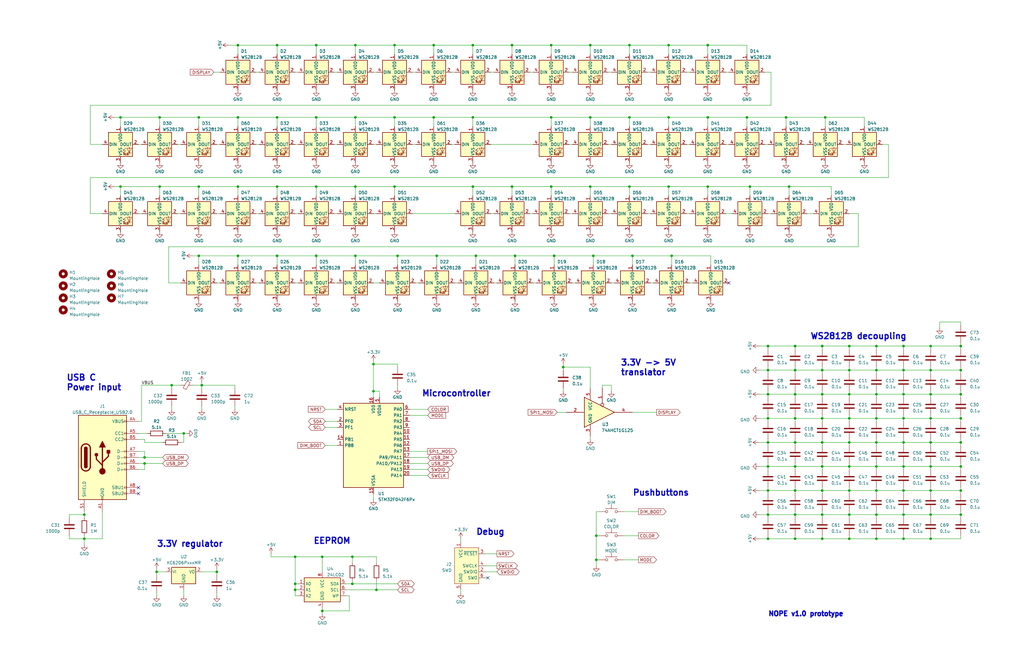
<source format=kicad_sch>
(kicad_sch (version 20230121) (generator eeschema)
  (paper "USLedger")
  (junction (at 323.85 146.05))
  (junction (at 381 196.85))
  (junction (at 166.37 49.53))
  (junction (at 248.92 78.74))
  (junction (at 405.13 146.05))
  (junction (at 316.23 78.74))
  (junction (at 248.92 49.53))
  (junction (at 266.7 107.95))
  (junction (at 358.14 186.69))
  (junction (at 358.14 176.53))
  (junction (at 233.68 107.95))
  (junction (at 346.71 207.01))
  (junction (at 50.8 78.74))
  (junction (at 116.84 49.53))
  (junction (at 369.57 166.37))
  (junction (at 72.39 162.56))
  (junction (at 346.71 146.05))
  (junction (at 66.04 241.3))
  (junction (at 100.33 49.53))
  (junction (at 323.85 176.53))
  (junction (at 35.56 227.33))
  (junction (at 215.9 78.74))
  (junction (at 392.43 166.37))
  (junction (at 298.45 78.74))
  (junction (at 392.43 176.53))
  (junction (at 149.86 19.05))
  (junction (at 149.86 78.74))
  (junction (at 248.92 19.05))
  (junction (at 381 227.33))
  (junction (at 392.43 146.05))
  (junction (at 200.66 107.95))
  (junction (at 167.64 107.95))
  (junction (at 381 217.17))
  (junction (at 100.33 107.95))
  (junction (at 346.71 196.85))
  (junction (at 116.84 107.95))
  (junction (at 83.82 107.95))
  (junction (at 358.14 156.21))
  (junction (at 335.28 196.85))
  (junction (at 358.14 196.85))
  (junction (at 405.13 176.53))
  (junction (at 323.85 156.21))
  (junction (at 346.71 176.53))
  (junction (at 157.48 165.1))
  (junction (at 232.41 19.05))
  (junction (at 148.59 234.95))
  (junction (at 335.28 186.69))
  (junction (at 405.13 186.69))
  (junction (at 60.96 193.04))
  (junction (at 381 207.01))
  (junction (at 199.39 19.05))
  (junction (at 85.09 162.56))
  (junction (at 148.59 246.38))
  (junction (at 405.13 217.17))
  (junction (at 392.43 156.21))
  (junction (at 314.96 49.53))
  (junction (at 369.57 176.53))
  (junction (at 250.19 107.95))
  (junction (at 347.98 49.53))
  (junction (at 358.14 166.37))
  (junction (at 323.85 207.01))
  (junction (at 369.57 227.33))
  (junction (at 182.88 19.05))
  (junction (at 124.46 248.92))
  (junction (at 346.71 227.33))
  (junction (at 232.41 78.74))
  (junction (at 135.89 234.95))
  (junction (at 133.35 107.95))
  (junction (at 199.39 49.53))
  (junction (at 232.41 49.53))
  (junction (at 335.28 166.37))
  (junction (at 265.43 78.74))
  (junction (at 116.84 19.05))
  (junction (at 166.37 78.74))
  (junction (at 281.94 19.05))
  (junction (at 392.43 217.17))
  (junction (at 346.71 186.69))
  (junction (at 133.35 49.53))
  (junction (at 335.28 176.53))
  (junction (at 166.37 19.05))
  (junction (at 124.46 234.95))
  (junction (at 133.35 78.74))
  (junction (at 133.35 19.05))
  (junction (at 149.86 49.53))
  (junction (at 67.31 49.53))
  (junction (at 199.39 78.74))
  (junction (at 392.43 227.33))
  (junction (at 369.57 217.17))
  (junction (at 149.86 107.95))
  (junction (at 283.21 107.95))
  (junction (at 369.57 207.01))
  (junction (at 35.56 217.17))
  (junction (at 358.14 217.17))
  (junction (at 381 146.05))
  (junction (at 323.85 166.37))
  (junction (at 100.33 19.05))
  (junction (at 217.17 107.95))
  (junction (at 346.71 166.37))
  (junction (at 158.75 248.92))
  (junction (at 135.89 257.81))
  (junction (at 67.31 78.74))
  (junction (at 335.28 217.17))
  (junction (at 281.94 78.74))
  (junction (at 91.44 241.3))
  (junction (at 331.47 49.53))
  (junction (at 369.57 196.85))
  (junction (at 323.85 186.69))
  (junction (at 50.8 49.53))
  (junction (at 237.49 154.94))
  (junction (at 346.71 217.17))
  (junction (at 265.43 19.05))
  (junction (at 358.14 207.01))
  (junction (at 381 156.21))
  (junction (at 392.43 207.01))
  (junction (at 405.13 166.37))
  (junction (at 298.45 19.05))
  (junction (at 83.82 78.74))
  (junction (at 335.28 156.21))
  (junction (at 83.82 49.53))
  (junction (at 346.71 156.21))
  (junction (at 157.48 153.67))
  (junction (at 335.28 146.05))
  (junction (at 323.85 227.33))
  (junction (at 182.88 49.53))
  (junction (at 323.85 196.85))
  (junction (at 369.57 156.21))
  (junction (at 298.45 49.53))
  (junction (at 77.47 182.88))
  (junction (at 332.74 78.74))
  (junction (at 369.57 186.69))
  (junction (at 392.43 186.69))
  (junction (at 281.94 49.53))
  (junction (at 369.57 146.05))
  (junction (at 405.13 156.21))
  (junction (at 335.28 207.01))
  (junction (at 184.15 107.95))
  (junction (at 116.84 78.74))
  (junction (at 381 186.69))
  (junction (at 358.14 227.33))
  (junction (at 251.46 236.22))
  (junction (at 381 176.53))
  (junction (at 100.33 78.74))
  (junction (at 335.28 227.33))
  (junction (at 358.14 146.05))
  (junction (at 392.43 196.85))
  (junction (at 381 166.37))
  (junction (at 323.85 217.17))
  (junction (at 251.46 226.06))
  (junction (at 405.13 196.85))
  (junction (at 124.46 246.38))
  (junction (at 60.96 195.58))
  (junction (at 405.13 207.01))
  (junction (at 215.9 19.05))
  (junction (at 265.43 49.53))
  (no_connect (at 205.74 243.84))
  (no_connect (at 58.42 208.28))
  (no_connect (at 307.34 119.38))
  (no_connect (at 58.42 205.74))
  (wire (pts (xy 346.71 186.69) (xy 346.71 187.96)))
  (wire (pts (xy 85.09 162.56) (xy 85.09 163.83)))
  (wire (pts (xy 381 154.94) (xy 381 156.21)))
  (wire (pts (xy 335.28 156.21) (xy 346.71 156.21)))
  (wire (pts (xy 60.96 198.12) (xy 58.42 198.12)))
  (wire (pts (xy 167.64 154.94) (xy 167.64 153.67)))
  (wire (pts (xy 167.64 111.76) (xy 167.64 107.95)))
  (wire (pts (xy 347.98 49.53) (xy 347.98 53.34)))
  (wire (pts (xy 237.49 154.94) (xy 237.49 156.21)))
  (wire (pts (xy 331.47 49.53) (xy 331.47 53.34)))
  (wire (pts (xy 335.28 207.01) (xy 335.28 205.74)))
  (wire (pts (xy 148.59 234.95) (xy 148.59 237.49)))
  (wire (pts (xy 298.45 19.05) (xy 314.96 19.05)))
  (wire (pts (xy 172.72 195.58) (xy 180.34 195.58)))
  (wire (pts (xy 265.43 19.05) (xy 248.92 19.05)))
  (wire (pts (xy 215.9 78.74) (xy 232.41 78.74)))
  (wire (pts (xy 257.81 162.56) (xy 257.81 165.1)))
  (wire (pts (xy 358.14 166.37) (xy 358.14 167.64)))
  (wire (pts (xy 125.73 246.38) (xy 124.46 246.38)))
  (wire (pts (xy 133.35 19.05) (xy 149.86 19.05)))
  (wire (pts (xy 369.57 215.9) (xy 369.57 217.17)))
  (wire (pts (xy 381 186.69) (xy 381 187.96)))
  (wire (pts (xy 133.35 49.53) (xy 149.86 49.53)))
  (wire (pts (xy 184.15 111.76) (xy 184.15 107.95)))
  (wire (pts (xy 148.59 234.95) (xy 158.75 234.95)))
  (wire (pts (xy 124.46 119.38) (xy 125.73 119.38)))
  (wire (pts (xy 100.33 49.53) (xy 116.84 49.53)))
  (wire (pts (xy 274.32 119.38) (xy 275.59 119.38)))
  (wire (pts (xy 107.95 30.48) (xy 109.22 30.48)))
  (wire (pts (xy 232.41 53.34) (xy 232.41 49.53)))
  (wire (pts (xy 172.72 190.5) (xy 180.34 190.5)))
  (wire (pts (xy 250.19 111.76) (xy 250.19 107.95)))
  (wire (pts (xy 248.92 78.74) (xy 265.43 78.74)))
  (wire (pts (xy 232.41 19.05) (xy 215.9 19.05)))
  (wire (pts (xy 172.72 193.04) (xy 180.34 193.04)))
  (wire (pts (xy 256.54 60.96) (xy 257.81 60.96)))
  (wire (pts (xy 223.52 30.48) (xy 224.79 30.48)))
  (wire (pts (xy 67.31 78.74) (xy 67.31 82.55)))
  (wire (pts (xy 67.31 49.53) (xy 83.82 49.53)))
  (wire (pts (xy 392.43 186.69) (xy 392.43 185.42)))
  (wire (pts (xy 48.26 78.74) (xy 50.8 78.74)))
  (wire (pts (xy 381 196.85) (xy 392.43 196.85)))
  (wire (pts (xy 257.81 119.38) (xy 259.08 119.38)))
  (wire (pts (xy 369.57 227.33) (xy 381 227.33)))
  (wire (pts (xy 369.57 146.05) (xy 369.57 147.32)))
  (wire (pts (xy 96.52 19.05) (xy 100.33 19.05)))
  (wire (pts (xy 392.43 207.01) (xy 392.43 208.28)))
  (wire (pts (xy 204.47 241.3) (xy 209.55 241.3)))
  (wire (pts (xy 306.07 30.48) (xy 307.34 30.48)))
  (wire (pts (xy 269.24 215.9) (xy 262.89 215.9)))
  (wire (pts (xy 358.14 156.21) (xy 358.14 157.48)))
  (wire (pts (xy 81.28 107.95) (xy 83.82 107.95)))
  (wire (pts (xy 35.56 227.33) (xy 43.18 227.33)))
  (wire (pts (xy 369.57 207.01) (xy 369.57 208.28)))
  (wire (pts (xy 346.71 195.58) (xy 346.71 196.85)))
  (wire (pts (xy 173.99 30.48) (xy 175.26 30.48)))
  (wire (pts (xy 346.71 175.26) (xy 346.71 176.53)))
  (wire (pts (xy 392.43 215.9) (xy 392.43 217.17)))
  (wire (pts (xy 199.39 53.34) (xy 199.39 49.53)))
  (wire (pts (xy 335.28 166.37) (xy 335.28 167.64)))
  (wire (pts (xy 346.71 207.01) (xy 358.14 207.01)))
  (wire (pts (xy 369.57 195.58) (xy 369.57 196.85)))
  (wire (pts (xy 83.82 82.55) (xy 83.82 78.74)))
  (wire (pts (xy 266.7 173.99) (xy 276.86 173.99)))
  (wire (pts (xy 157.48 165.1) (xy 157.48 167.64)))
  (wire (pts (xy 392.43 166.37) (xy 392.43 165.1)))
  (wire (pts (xy 265.43 53.34) (xy 265.43 49.53)))
  (wire (pts (xy 323.85 156.21) (xy 335.28 156.21)))
  (wire (pts (xy 100.33 19.05) (xy 100.33 22.86)))
  (wire (pts (xy 124.46 246.38) (xy 124.46 248.92)))
  (wire (pts (xy 323.85 154.94) (xy 323.85 156.21)))
  (wire (pts (xy 369.57 175.26) (xy 369.57 176.53)))
  (wire (pts (xy 99.06 172.72) (xy 99.06 171.45)))
  (wire (pts (xy 81.28 162.56) (xy 85.09 162.56)))
  (wire (pts (xy 50.8 78.74) (xy 67.31 78.74)))
  (wire (pts (xy 369.57 186.69) (xy 381 186.69)))
  (wire (pts (xy 191.77 119.38) (xy 193.04 119.38)))
  (wire (pts (xy 381 195.58) (xy 381 196.85)))
  (wire (pts (xy 76.2 162.56) (xy 72.39 162.56)))
  (wire (pts (xy 223.52 90.17) (xy 224.79 90.17)))
  (wire (pts (xy 215.9 78.74) (xy 199.39 78.74)))
  (wire (pts (xy 241.3 119.38) (xy 242.57 119.38)))
  (wire (pts (xy 381 165.1) (xy 381 166.37)))
  (wire (pts (xy 381 227.33) (xy 392.43 227.33)))
  (wire (pts (xy 166.37 19.05) (xy 149.86 19.05)))
  (wire (pts (xy 133.35 19.05) (xy 116.84 19.05)))
  (wire (pts (xy 361.95 90.17) (xy 361.95 104.14)))
  (wire (pts (xy 58.42 185.42) (xy 60.96 185.42)))
  (wire (pts (xy 137.16 180.34) (xy 142.24 180.34)))
  (wire (pts (xy 85.09 241.3) (xy 91.44 241.3)))
  (wire (pts (xy 60.96 185.42) (xy 60.96 186.69)))
  (wire (pts (xy 60.96 195.58) (xy 60.96 198.12)))
  (wire (pts (xy 251.46 226.06) (xy 251.46 236.22)))
  (wire (pts (xy 358.14 165.1) (xy 358.14 166.37)))
  (wire (pts (xy 252.73 236.22) (xy 251.46 236.22)))
  (wire (pts (xy 172.72 175.26) (xy 180.34 175.26)))
  (wire (pts (xy 148.59 246.38) (xy 148.59 245.11)))
  (wire (pts (xy 381 186.69) (xy 392.43 186.69)))
  (wire (pts (xy 91.44 241.3) (xy 91.44 242.57)))
  (wire (pts (xy 392.43 195.58) (xy 392.43 196.85)))
  (wire (pts (xy 369.57 217.17) (xy 381 217.17)))
  (wire (pts (xy 298.45 49.53) (xy 314.96 49.53)))
  (wire (pts (xy 146.05 248.92) (xy 158.75 248.92)))
  (wire (pts (xy 149.86 53.34) (xy 149.86 49.53)))
  (wire (pts (xy 405.13 186.69) (xy 405.13 187.96)))
  (wire (pts (xy 166.37 22.86) (xy 166.37 19.05)))
  (wire (pts (xy 83.82 49.53) (xy 100.33 49.53)))
  (wire (pts (xy 323.85 176.53) (xy 335.28 176.53)))
  (wire (pts (xy 346.71 196.85) (xy 358.14 196.85)))
  (wire (pts (xy 133.35 22.86) (xy 133.35 19.05)))
  (wire (pts (xy 124.46 248.92) (xy 124.46 251.46)))
  (wire (pts (xy 116.84 111.76) (xy 116.84 107.95)))
  (wire (pts (xy 147.32 251.46) (xy 146.05 251.46)))
  (wire (pts (xy 346.71 196.85) (xy 346.71 198.12)))
  (wire (pts (xy 248.92 82.55) (xy 248.92 78.74)))
  (wire (pts (xy 166.37 53.34) (xy 166.37 49.53)))
  (wire (pts (xy 90.17 30.48) (xy 92.71 30.48)))
  (wire (pts (xy 369.57 166.37) (xy 369.57 167.64)))
  (wire (pts (xy 29.21 218.44) (xy 29.21 217.17)))
  (wire (pts (xy 140.97 30.48) (xy 142.24 30.48)))
  (wire (pts (xy 358.14 154.94) (xy 358.14 156.21)))
  (wire (pts (xy 182.88 53.34) (xy 182.88 49.53)))
  (wire (pts (xy 166.37 78.74) (xy 149.86 78.74)))
  (wire (pts (xy 207.01 30.48) (xy 208.28 30.48)))
  (wire (pts (xy 392.43 196.85) (xy 405.13 196.85)))
  (wire (pts (xy 190.5 60.96) (xy 191.77 60.96)))
  (wire (pts (xy 346.71 156.21) (xy 346.71 157.48)))
  (wire (pts (xy 215.9 22.86) (xy 215.9 19.05)))
  (wire (pts (xy 116.84 82.55) (xy 116.84 78.74)))
  (wire (pts (xy 184.15 107.95) (xy 200.66 107.95)))
  (wire (pts (xy 358.14 196.85) (xy 369.57 196.85)))
  (wire (pts (xy 251.46 236.22) (xy 251.46 238.76)))
  (wire (pts (xy 323.85 195.58) (xy 323.85 196.85)))
  (wire (pts (xy 299.72 111.76) (xy 299.72 107.95)))
  (wire (pts (xy 137.16 177.8) (xy 142.24 177.8)))
  (wire (pts (xy 320.04 207.01) (xy 323.85 207.01)))
  (wire (pts (xy 320.04 186.69) (xy 323.85 186.69)))
  (wire (pts (xy 369.57 217.17) (xy 369.57 218.44)))
  (wire (pts (xy 232.41 82.55) (xy 232.41 78.74)))
  (wire (pts (xy 369.57 165.1) (xy 369.57 166.37)))
  (wire (pts (xy 135.89 259.08) (xy 135.89 257.81)))
  (wire (pts (xy 237.49 153.67) (xy 237.49 154.94)))
  (wire (pts (xy 346.71 186.69) (xy 346.71 185.42)))
  (wire (pts (xy 381 217.17) (xy 381 218.44)))
  (wire (pts (xy 381 227.33) (xy 381 226.06)))
  (wire (pts (xy 323.85 186.69) (xy 323.85 185.42)))
  (wire (pts (xy 224.79 60.96) (xy 207.01 60.96)))
  (wire (pts (xy 358.14 195.58) (xy 358.14 196.85)))
  (wire (pts (xy 323.85 207.01) (xy 335.28 207.01)))
  (wire (pts (xy 157.48 208.28) (xy 157.48 210.82)))
  (wire (pts (xy 273.05 90.17) (xy 274.32 90.17)))
  (wire (pts (xy 107.95 90.17) (xy 109.22 90.17)))
  (wire (pts (xy 346.71 156.21) (xy 358.14 156.21)))
  (wire (pts (xy 133.35 107.95) (xy 149.86 107.95)))
  (wire (pts (xy 240.03 90.17) (xy 241.3 90.17)))
  (wire (pts (xy 254 163.83) (xy 254 162.56)))
  (wire (pts (xy 85.09 162.56) (xy 99.06 162.56)))
  (wire (pts (xy 137.16 187.96) (xy 142.24 187.96)))
  (wire (pts (xy 381 176.53) (xy 381 177.8)))
  (wire (pts (xy 314.96 49.53) (xy 331.47 49.53)))
  (wire (pts (xy 85.09 171.45) (xy 85.09 172.72)))
  (wire (pts (xy 116.84 107.95) (xy 133.35 107.95)))
  (wire (pts (xy 77.47 248.92) (xy 77.47 251.46)))
  (wire (pts (xy 217.17 111.76) (xy 217.17 107.95)))
  (wire (pts (xy 346.71 217.17) (xy 346.71 218.44)))
  (wire (pts (xy 396.24 135.89) (xy 396.24 138.43)))
  (wire (pts (xy 335.28 165.1) (xy 335.28 166.37)))
  (wire (pts (xy 381 156.21) (xy 381 157.48)))
  (wire (pts (xy 323.85 166.37) (xy 323.85 167.64)))
  (wire (pts (xy 116.84 22.86) (xy 116.84 19.05)))
  (wire (pts (xy 133.35 49.53) (xy 116.84 49.53)))
  (wire (pts (xy 107.95 60.96) (xy 109.22 60.96)))
  (wire (pts (xy 298.45 22.86) (xy 298.45 19.05)))
  (wire (pts (xy 298.45 82.55) (xy 298.45 78.74)))
  (wire (pts (xy 292.1 119.38) (xy 290.83 119.38)))
  (wire (pts (xy 283.21 107.95) (xy 299.72 107.95)))
  (wire (pts (xy 256.54 90.17) (xy 257.81 90.17)))
  (wire (pts (xy 335.28 156.21) (xy 335.28 157.48)))
  (wire (pts (xy 157.48 152.4) (xy 157.48 153.67)))
  (wire (pts (xy 199.39 22.86) (xy 199.39 19.05)))
  (wire (pts (xy 346.71 207.01) (xy 346.71 205.74)))
  (wire (pts (xy 381 146.05) (xy 381 147.32)))
  (wire (pts (xy 160.02 167.64) (xy 160.02 165.1)))
  (wire (pts (xy 405.13 146.05) (xy 405.13 147.32)))
  (wire (pts (xy 323.85 165.1) (xy 323.85 166.37)))
  (wire (pts (xy 335.28 186.69) (xy 335.28 187.96)))
  (wire (pts (xy 392.43 146.05) (xy 405.13 146.05)))
  (wire (pts (xy 346.71 215.9) (xy 346.71 217.17)))
  (wire (pts (xy 157.48 153.67) (xy 157.48 165.1)))
  (wire (pts (xy 358.14 196.85) (xy 358.14 198.12)))
  (wire (pts (xy 158.75 248.92) (xy 158.75 245.11)))
  (wire (pts (xy 369.57 156.21) (xy 369.57 157.48)))
  (wire (pts (xy 335.28 215.9) (xy 335.28 217.17)))
  (wire (pts (xy 335.28 176.53) (xy 335.28 177.8)))
  (wire (pts (xy 60.96 190.5) (xy 60.96 193.04)))
  (wire (pts (xy 166.37 78.74) (xy 199.39 78.74)))
  (wire (pts (xy 124.46 30.48) (xy 125.73 30.48)))
  (wire (pts (xy 248.92 154.94) (xy 248.92 163.83)))
  (wire (pts (xy 124.46 234.95) (xy 135.89 234.95)))
  (wire (pts (xy 83.82 107.95) (xy 100.33 107.95)))
  (wire (pts (xy 335.28 146.05) (xy 335.28 147.32)))
  (wire (pts (xy 323.85 227.33) (xy 323.85 226.06)))
  (wire (pts (xy 323.85 196.85) (xy 335.28 196.85)))
  (wire (pts (xy 346.71 217.17) (xy 358.14 217.17)))
  (wire (pts (xy 234.95 173.99) (xy 238.76 173.99)))
  (wire (pts (xy 358.14 186.69) (xy 358.14 185.42)))
  (wire (pts (xy 100.33 111.76) (xy 100.33 107.95)))
  (wire (pts (xy 358.14 176.53) (xy 369.57 176.53)))
  (wire (pts (xy 233.68 107.95) (xy 250.19 107.95)))
  (wire (pts (xy 381 146.05) (xy 392.43 146.05)))
  (wire (pts (xy 358.14 186.69) (xy 358.14 187.96)))
  (wire (pts (xy 158.75 248.92) (xy 167.64 248.92)))
  (wire (pts (xy 346.71 165.1) (xy 346.71 166.37)))
  (wire (pts (xy 116.84 53.34) (xy 116.84 49.53)))
  (wire (pts (xy 38.1 60.96) (xy 43.18 60.96)))
  (wire (pts (xy 240.03 60.96) (xy 241.3 60.96)))
  (wire (pts (xy 316.23 78.74) (xy 332.74 78.74)))
  (wire (pts (xy 149.86 107.95) (xy 167.64 107.95)))
  (wire (pts (xy 369.57 156.21) (xy 381 156.21)))
  (wire (pts (xy 358.14 90.17) (xy 361.95 90.17)))
  (wire (pts (xy 60.96 193.04) (xy 68.58 193.04)))
  (wire (pts (xy 100.33 19.05) (xy 116.84 19.05)))
  (wire (pts (xy 358.14 227.33) (xy 358.14 226.06)))
  (wire (pts (xy 50.8 78.74) (xy 50.8 82.55)))
  (wire (pts (xy 392.43 227.33) (xy 392.43 226.06)))
  (wire (pts (xy 355.6 60.96) (xy 356.87 60.96)))
  (wire (pts (xy 346.71 166.37) (xy 358.14 166.37)))
  (wire (pts (xy 133.35 111.76) (xy 133.35 107.95)))
  (wire (pts (xy 107.95 119.38) (xy 109.22 119.38)))
  (wire (pts (xy 48.26 49.53) (xy 50.8 49.53)))
  (wire (pts (xy 232.41 22.86) (xy 232.41 19.05)))
  (wire (pts (xy 166.37 49.53) (xy 149.86 49.53)))
  (wire (pts (xy 369.57 154.94) (xy 369.57 156.21)))
  (wire (pts (xy 157.48 60.96) (xy 158.75 60.96)))
  (wire (pts (xy 369.57 196.85) (xy 369.57 198.12)))
  (wire (pts (xy 347.98 49.53) (xy 364.49 49.53)))
  (wire (pts (xy 369.57 207.01) (xy 369.57 205.74)))
  (wire (pts (xy 140.97 60.96) (xy 142.24 60.96)))
  (wire (pts (xy 146.05 246.38) (xy 148.59 246.38)))
  (wire (pts (xy 199.39 19.05) (xy 182.88 19.05)))
  (wire (pts (xy 392.43 217.17) (xy 392.43 218.44)))
  (wire (pts (xy 265.43 22.86) (xy 265.43 19.05)))
  (wire (pts (xy 335.28 207.01) (xy 335.28 208.28)))
  (wire (pts (xy 69.85 182.88) (xy 77.47 182.88)))
  (wire (pts (xy 364.49 49.53) (xy 364.49 53.34)))
  (wire (pts (xy 306.07 90.17) (xy 308.61 90.17)))
  (wire (pts (xy 38.1 44.45) (xy 38.1 60.96)))
  (wire (pts (xy 405.13 196.85) (xy 405.13 198.12)))
  (wire (pts (xy 320.04 146.05) (xy 323.85 146.05)))
  (wire (pts (xy 392.43 207.01) (xy 392.43 205.74)))
  (wire (pts (xy 35.56 215.9) (xy 35.56 217.17)))
  (wire (pts (xy 135.89 257.81) (xy 135.89 256.54)))
  (wire (pts (xy 392.43 176.53) (xy 392.43 177.8)))
  (wire (pts (xy 58.42 90.17) (xy 59.69 90.17)))
  (wire (pts (xy 72.39 171.45) (xy 72.39 172.72)))
  (wire (pts (xy 405.13 156.21) (xy 405.13 157.48)))
  (wire (pts (xy 140.97 119.38) (xy 142.24 119.38)))
  (wire (pts (xy 77.47 182.88) (xy 77.47 186.69)))
  (wire (pts (xy 369.57 227.33) (xy 369.57 226.06)))
  (wire (pts (xy 149.86 82.55) (xy 149.86 78.74)))
  (wire (pts (xy 405.13 156.21) (xy 405.13 154.94)))
  (wire (pts (xy 289.56 90.17) (xy 290.83 90.17)))
  (wire (pts (xy 314.96 22.86) (xy 314.96 19.05)))
  (wire (pts (xy 83.82 49.53) (xy 83.82 53.34)))
  (wire (pts (xy 248.92 185.42) (xy 248.92 184.15)))
  (wire (pts (xy 323.85 186.69) (xy 335.28 186.69)))
  (wire (pts (xy 405.13 217.17) (xy 405.13 218.44)))
  (wire (pts (xy 83.82 111.76) (xy 83.82 107.95)))
  (wire (pts (xy 149.86 22.86) (xy 149.86 19.05)))
  (wire (pts (xy 358.14 146.05) (xy 369.57 146.05)))
  (wire (pts (xy 147.32 257.81) (xy 147.32 251.46)))
  (wire (pts (xy 392.43 186.69) (xy 392.43 187.96)))
  (wire (pts (xy 273.05 30.48) (xy 274.32 30.48)))
  (wire (pts (xy 335.28 146.05) (xy 346.71 146.05)))
  (wire (pts (xy 135.89 257.81) (xy 147.32 257.81)))
  (wire (pts (xy 114.3 233.68) (xy 114.3 234.95)))
  (wire (pts (xy 158.75 234.95) (xy 158.75 237.49)))
  (wire (pts (xy 50.8 49.53) (xy 67.31 49.53)))
  (wire (pts (xy 369.57 186.69) (xy 369.57 187.96)))
  (wire (pts (xy 266.7 107.95) (xy 283.21 107.95)))
  (wire (pts (xy 135.89 234.95) (xy 148.59 234.95)))
  (wire (pts (xy 358.14 227.33) (xy 369.57 227.33)))
  (wire (pts (xy 323.85 196.85) (xy 323.85 198.12)))
  (wire (pts (xy 281.94 53.34) (xy 281.94 49.53)))
  (wire (pts (xy 358.14 146.05) (xy 358.14 147.32)))
  (wire (pts (xy 323.85 90.17) (xy 325.12 90.17)))
  (wire (pts (xy 332.74 78.74) (xy 350.52 78.74)))
  (wire (pts (xy 173.99 90.17) (xy 191.77 90.17)))
  (wire (pts (xy 335.28 175.26) (xy 335.28 176.53)))
  (wire (pts (xy 392.43 207.01) (xy 405.13 207.01)))
  (wire (pts (xy 369.57 166.37) (xy 381 166.37)))
  (wire (pts (xy 314.96 53.34) (xy 314.96 49.53)))
  (wire (pts (xy 233.68 111.76) (xy 233.68 107.95)))
  (wire (pts (xy 298.45 78.74) (xy 316.23 78.74)))
  (wire (pts (xy 405.13 207.01) (xy 405.13 208.28)))
  (wire (pts (xy 58.42 190.5) (xy 60.96 190.5)))
  (wire (pts (xy 392.43 196.85) (xy 392.43 198.12)))
  (wire (pts (xy 358.14 175.26) (xy 358.14 176.53)))
  (wire (pts (xy 85.09 161.29) (xy 85.09 162.56)))
  (wire (pts (xy 369.57 176.53) (xy 381 176.53)))
  (wire (pts (xy 323.85 166.37) (xy 335.28 166.37)))
  (wire (pts (xy 405.13 144.78) (xy 405.13 146.05)))
  (wire (pts (xy 405.13 215.9) (xy 405.13 217.17)))
  (wire (pts (xy 50.8 49.53) (xy 50.8 53.34)))
  (wire (pts (xy 60.96 195.58) (xy 68.58 195.58)))
  (wire (pts (xy 325.12 44.45) (xy 325.12 30.48)))
  (wire (pts (xy 381 166.37) (xy 381 167.64)))
  (wire (pts (xy 381 156.21) (xy 392.43 156.21)))
  (wire (pts (xy 358.14 215.9) (xy 358.14 217.17)))
  (wire (pts (xy 405.13 166.37) (xy 405.13 167.64)))
  (wire (pts (xy 298.45 49.53) (xy 281.94 49.53)))
  (wire (pts (xy 281.94 82.55) (xy 281.94 78.74)))
  (wire (pts (xy 335.28 207.01) (xy 346.71 207.01)))
  (wire (pts (xy 346.71 227.33) (xy 358.14 227.33)))
  (wire (pts (xy 100.33 78.74) (xy 116.84 78.74)))
  (wire (pts (xy 346.71 186.69) (xy 358.14 186.69)))
  (wire (pts (xy 323.85 146.05) (xy 323.85 147.32)))
  (wire (pts (xy 91.44 60.96) (xy 92.71 60.96)))
  (wire (pts (xy 381 166.37) (xy 392.43 166.37)))
  (wire (pts (xy 374.65 60.96) (xy 374.65 74.93)))
  (wire (pts (xy 316.23 78.74) (xy 316.23 82.55)))
  (wire (pts (xy 323.85 186.69) (xy 323.85 187.96)))
  (wire (pts (xy 322.58 60.96) (xy 323.85 60.96)))
  (wire (pts (xy 358.14 207.01) (xy 358.14 205.74)))
  (wire (pts (xy 237.49 165.1) (xy 237.49 163.83)))
  (wire (pts (xy 124.46 248.92) (xy 125.73 248.92)))
  (wire (pts (xy 320.04 217.17) (xy 323.85 217.17)))
  (wire (pts (xy 207.01 90.17) (xy 208.28 90.17)))
  (wire (pts (xy 100.33 107.95) (xy 116.84 107.95)))
  (wire (pts (xy 157.48 119.38) (xy 160.02 119.38)))
  (wire (pts (xy 74.93 60.96) (xy 76.2 60.96)))
  (wire (pts (xy 252.73 215.9) (xy 251.46 215.9)))
  (wire (pts (xy 298.45 53.34) (xy 298.45 49.53)))
  (wire (pts (xy 250.19 107.95) (xy 266.7 107.95)))
  (wire (pts (xy 66.04 241.3) (xy 66.04 240.03)))
  (wire (pts (xy 157.48 153.67) (xy 167.64 153.67)))
  (wire (pts (xy 29.21 217.17) (xy 35.56 217.17)))
  (wire (pts (xy 358.14 217.17) (xy 369.57 217.17)))
  (wire (pts (xy 149.86 111.76) (xy 149.86 107.95)))
  (wire (pts (xy 289.56 30.48) (xy 290.83 30.48)))
  (wire (pts (xy 392.43 156.21) (xy 405.13 156.21)))
  (wire (pts (xy 167.64 162.56) (xy 167.64 163.83)))
  (wire (pts (xy 358.14 156.21) (xy 369.57 156.21)))
  (wire (pts (xy 100.33 82.55) (xy 100.33 78.74)))
  (wire (pts (xy 289.56 60.96) (xy 290.83 60.96)))
  (wire (pts (xy 358.14 176.53) (xy 358.14 177.8)))
  (wire (pts (xy 133.35 53.34) (xy 133.35 49.53)))
  (wire (pts (xy 172.72 198.12) (xy 180.34 198.12)))
  (wire (pts (xy 199.39 82.55) (xy 199.39 78.74)))
  (wire (pts (xy 29.21 226.06) (xy 29.21 227.33)))
  (wire (pts (xy 323.85 175.26) (xy 323.85 176.53)))
  (wire (pts (xy 256.54 30.48) (xy 257.81 30.48)))
  (wire (pts (xy 392.43 156.21) (xy 392.43 157.48)))
  (wire (pts (xy 254 162.56) (xy 257.81 162.56)))
  (wire (pts (xy 205.74 243.84) (xy 204.47 243.84)))
  (wire (pts (xy 346.71 176.53) (xy 346.71 177.8)))
  (wire (pts (xy 323.85 217.17) (xy 335.28 217.17)))
  (wire (pts (xy 405.13 175.26) (xy 405.13 176.53)))
  (wire (pts (xy 38.1 90.17) (xy 43.18 90.17)))
  (wire (pts (xy 76.2 186.69) (xy 77.47 186.69)))
  (wire (pts (xy 332.74 82.55) (xy 332.74 78.74)))
  (wire (pts (xy 124.46 90.17) (xy 125.73 90.17)))
  (wire (pts (xy 320.04 196.85) (xy 323.85 196.85)))
  (wire (pts (xy 175.26 119.38) (xy 176.53 119.38)))
  (wire (pts (xy 133.35 78.74) (xy 149.86 78.74)))
  (wire (pts (xy 58.42 195.58) (xy 60.96 195.58)))
  (wire (pts (xy 173.99 60.96) (xy 175.26 60.96)))
  (wire (pts (xy 58.42 182.88) (xy 62.23 182.88)))
  (wire (pts (xy 369.57 207.01) (xy 381 207.01)))
  (wire (pts (xy 323.85 227.33) (xy 335.28 227.33)))
  (wire (pts (xy 58.42 60.96) (xy 59.69 60.96)))
  (wire (pts (xy 405.13 195.58) (xy 405.13 196.85)))
  (wire (pts (xy 166.37 82.55) (xy 166.37 78.74)))
  (wire (pts (xy 237.49 154.94) (xy 248.92 154.94)))
  (wire (pts (xy 335.28 195.58) (xy 335.28 196.85)))
  (wire (pts (xy 369.57 186.69) (xy 369.57 185.42)))
  (wire (pts (xy 266.7 111.76) (xy 266.7 107.95)))
  (wire (pts (xy 133.35 78.74) (xy 116.84 78.74)))
  (wire (pts (xy 204.47 238.76) (xy 209.55 238.76)))
  (wire (pts (xy 91.44 90.17) (xy 92.71 90.17)))
  (wire (pts (xy 100.33 53.34) (xy 100.33 49.53)))
  (wire (pts (xy 335.28 227.33) (xy 346.71 227.33)))
  (wire (pts (xy 66.04 251.46) (xy 66.04 250.19)))
  (wire (pts (xy 67.31 49.53) (xy 67.31 53.34)))
  (wire (pts (xy 137.16 172.72) (xy 142.24 172.72)))
  (wire (pts (xy 381 207.01) (xy 381 208.28)))
  (wire (pts (xy 405.13 227.33) (xy 405.13 226.06)))
  (wire (pts (xy 331.47 49.53) (xy 347.98 49.53)))
  (wire (pts (xy 194.31 250.19) (xy 194.31 248.92)))
  (wire (pts (xy 358.14 207.01) (xy 358.14 208.28)))
  (wire (pts (xy 148.59 246.38) (xy 167.64 246.38)))
  (wire (pts (xy 240.03 30.48) (xy 241.3 30.48)))
  (wire (pts (xy 346.71 146.05) (xy 346.71 147.32)))
  (wire (pts (xy 392.43 166.37) (xy 392.43 167.64)))
  (wire (pts (xy 323.85 176.53) (xy 323.85 177.8)))
  (wire (pts (xy 335.28 176.53) (xy 346.71 176.53)))
  (wire (pts (xy 392.43 146.05) (xy 392.43 147.32)))
  (wire (pts (xy 381 186.69) (xy 381 185.42)))
  (wire (pts (xy 60.96 186.69) (xy 68.58 186.69)))
  (wire (pts (xy 60.96 193.04) (xy 58.42 193.04)))
  (wire (pts (xy 35.56 217.17) (xy 35.56 218.44)))
  (wire (pts (xy 248.92 53.34) (xy 248.92 49.53)))
  (wire (pts (xy 182.88 22.86) (xy 182.88 19.05)))
  (wire (pts (xy 405.13 165.1) (xy 405.13 166.37)))
  (wire (pts (xy 59.69 177.8) (xy 58.42 177.8)))
  (wire (pts (xy 405.13 137.16) (xy 405.13 135.89)))
  (wire (pts (xy 346.71 176.53) (xy 358.14 176.53)))
  (wire (pts (xy 265.43 82.55) (xy 265.43 78.74)))
  (wire (pts (xy 405.13 176.53) (xy 405.13 177.8)))
  (wire (pts (xy 358.14 186.69) (xy 369.57 186.69)))
  (wire (pts (xy 77.47 182.88) (xy 78.74 182.88)))
  (wire (pts (xy 199.39 49.53) (xy 232.41 49.53)))
  (wire (pts (xy 135.89 234.95) (xy 135.89 241.3)))
  (wire (pts (xy 91.44 250.19) (xy 91.44 251.46)))
  (wire (pts (xy 204.47 233.68) (xy 209.55 233.68)))
  (wire (pts (xy 320.04 166.37) (xy 323.85 166.37)))
  (wire (pts (xy 298.45 19.05) (xy 281.94 19.05)))
  (wire (pts (xy 67.31 78.74) (xy 83.82 78.74)))
  (wire (pts (xy 232.41 49.53) (xy 248.92 49.53)))
  (wire (pts (xy 248.92 22.86) (xy 248.92 19.05)))
  (wire (pts (xy 172.72 200.66) (xy 180.34 200.66)))
  (wire (pts (xy 269.24 236.22) (xy 262.89 236.22)))
  (wire (pts (xy 369.57 176.53) (xy 369.57 177.8)))
  (wire (pts (xy 320.04 227.33) (xy 323.85 227.33)))
  (wire (pts (xy 381 207.01) (xy 392.43 207.01)))
  (wire (pts (xy 43.18 227.33) (xy 43.18 215.9)))
  (wire (pts (xy 335.28 217.17) (xy 346.71 217.17)))
  (wire (pts (xy 124.46 234.95) (xy 124.46 246.38)))
  (wire (pts (xy 252.73 226.06) (xy 251.46 226.06)))
  (wire (pts (xy 99.06 162.56) (xy 99.06 163.83)))
  (wire (pts (xy 346.71 207.01) (xy 346.71 208.28)))
  (wire (pts (xy 265.43 19.05) (xy 281.94 19.05)))
  (wire (pts (xy 369.57 146.05) (xy 381 146.05)))
  (wire (pts (xy 265.43 49.53) (xy 248.92 49.53)))
  (wire (pts (xy 335.28 154.94) (xy 335.28 156.21)))
  (wire (pts (xy 71.12 119.38) (xy 76.2 119.38)))
  (wire (pts (xy 232.41 19.05) (xy 248.92 19.05)))
  (wire (pts (xy 392.43 166.37) (xy 405.13 166.37)))
  (wire (pts (xy 335.28 227.33) (xy 335.28 226.06)))
  (wire (pts (xy 335.28 186.69) (xy 335.28 185.42)))
  (wire (pts (xy 140.97 90.17) (xy 142.24 90.17)))
  (wire (pts (xy 208.28 119.38) (xy 209.55 119.38)))
  (wire (pts (xy 160.02 165.1) (xy 157.48 165.1)))
  (wire (pts (xy 358.14 166.37) (xy 369.57 166.37)))
  (wire (pts (xy 323.85 217.17) (xy 323.85 218.44)))
  (wire (pts (xy 248.92 78.74) (xy 232.41 78.74)))
  (wire (pts (xy 405.13 135.89) (xy 396.24 135.89)))
  (wire (pts (xy 200.66 107.95) (xy 217.17 107.95)))
  (wire (pts (xy 38.1 44.45) (xy 325.12 44.45)))
  (wire (pts (xy 182.88 49.53) (xy 199.39 49.53)))
  (wire (pts (xy 194.31 227.33) (xy 194.31 228.6)))
  (wire (pts (xy 66.04 241.3) (xy 66.04 242.57)))
  (wire (pts (xy 157.48 90.17) (xy 158.75 90.17)))
  (wire (pts (xy 320.04 176.53) (xy 323.85 176.53)))
  (wire (pts (xy 29.21 227.33) (xy 35.56 227.33)))
  (wire (pts (xy 38.1 74.93) (xy 38.1 90.17)))
  (wire (pts (xy 381 215.9) (xy 381 217.17)))
  (wire (pts (xy 392.43 154.94) (xy 392.43 156.21)))
  (wire (pts (xy 335.28 196.85) (xy 335.28 198.12)))
  (wire (pts (xy 335.28 196.85) (xy 346.71 196.85)))
  (wire (pts (xy 224.79 119.38) (xy 226.06 119.38)))
  (wire (pts (xy 392.43 217.17) (xy 405.13 217.17)))
  (wire (pts (xy 251.46 215.9) (xy 251.46 226.06)))
  (wire (pts (xy 199.39 19.05) (xy 215.9 19.05)))
  (wire (pts (xy 72.39 162.56) (xy 72.39 163.83)))
  (wire (pts (xy 83.82 78.74) (xy 100.33 78.74)))
  (wire (pts (xy 71.12 104.14) (xy 361.95 104.14)))
  (wire (pts (xy 69.85 241.3) (xy 66.04 241.3)))
  (wire (pts (xy 335.28 217.17) (xy 335.28 218.44)))
  (wire (pts (xy 35.56 226.06) (xy 35.56 227.33)))
  (wire (pts (xy 392.43 176.53) (xy 405.13 176.53)))
  (wire (pts (xy 323.85 146.05) (xy 335.28 146.05)))
  (wire (pts (xy 325.12 30.48) (xy 322.58 30.48)))
  (wire (pts (xy 346.71 166.37) (xy 346.71 167.64)))
  (wire (pts (xy 59.69 162.56) (xy 59.69 177.8)))
  (wire (pts (xy 340.36 90.17) (xy 342.9 90.17)))
  (wire (pts (xy 35.56 227.33) (xy 35.56 229.87)))
  (wire (pts (xy 323.85 156.21) (xy 323.85 157.48)))
  (wire (pts (xy 339.09 60.96) (xy 340.36 60.96)))
  (wire (pts (xy 323.85 207.01) (xy 323.85 208.28)))
  (wire (pts (xy 269.24 226.06) (xy 262.89 226.06)))
  (wire (pts (xy 166.37 19.05) (xy 182.88 19.05)))
  (wire (pts (xy 381 196.85) (xy 381 198.12)))
  (wire (pts (xy 283.21 111.76) (xy 283.21 107.95)))
  (wire (pts (xy 281.94 78.74) (xy 298.45 78.74)))
  (wire (pts (xy 405.13 207.01) (xy 405.13 205.74)))
  (wire (pts (xy 133.35 82.55) (xy 133.35 78.74)))
  (wire (pts (xy 392.43 186.69) (xy 405.13 186.69)))
  (wire (pts (xy 172.72 172.72) (xy 180.34 172.72)))
  (wire (pts (xy 346.71 227.33) (xy 346.71 226.06)))
  (wire (pts (xy 358.14 207.01) (xy 369.57 207.01)))
  (wire (pts (xy 358.14 217.17) (xy 358.14 218.44)))
  (wire (pts (xy 114.3 234.95) (xy 124.46 234.95)))
  (wire (pts (xy 381 176.53) (xy 392.43 176.53)))
  (wire (pts (xy 273.05 60.96) (xy 274.32 60.96)))
  (wire (pts (xy 346.71 154.94) (xy 346.71 156.21)))
  (wire (pts (xy 281.94 22.86) (xy 281.94 19.05)))
  (wire (pts (xy 374.65 74.93) (xy 38.1 74.93)))
  (wire (pts (xy 71.12 104.14) (xy 71.12 119.38)))
  (wire (pts (xy 346.71 146.05) (xy 358.14 146.05)))
  (wire (pts (xy 372.11 60.96) (xy 374.65 60.96)))
  (wire (pts (xy 125.73 251.46) (xy 124.46 251.46)))
  (wire (pts (xy 91.44 240.03) (xy 91.44 241.3)))
  (wire (pts (xy 167.64 107.95) (xy 184.15 107.95)))
  (wire (pts (xy 124.46 60.96) (xy 125.73 60.96)))
  (wire (pts (xy 72.39 162.56) (xy 59.69 162.56)))
  (wire (pts (xy 265.43 78.74) (xy 281.94 78.74)))
  (wire (pts (xy 405.13 186.69) (xy 405.13 185.42)))
  (wire (pts (xy 166.37 49.53) (xy 182.88 49.53)))
  (wire (pts (xy 392.43 175.26) (xy 392.43 176.53)))
  (wire (pts (xy 381 175.26) (xy 381 176.53)))
  (wire (pts (xy 74.93 90.17) (xy 76.2 90.17)))
  (wire (pts (xy 381 207.01) (xy 381 205.74)))
  (wire (pts (xy 215.9 82.55) (xy 215.9 78.74)))
  (wire (pts (xy 392.43 227.33) (xy 405.13 227.33)))
  (wire (pts (xy 350.52 78.74) (xy 350.52 82.55)))
  (wire (pts (xy 190.5 30.48) (xy 191.77 30.48)))
  (wire (pts (xy 200.66 111.76) (xy 200.66 107.95)))
  (wire (pts (xy 335.28 166.37) (xy 346.71 166.37)))
  (wire (pts (xy 91.44 119.38) (xy 92.71 119.38)))
  (wire (pts (xy 217.17 107.95) (xy 233.68 107.95)))
  (wire (pts (xy 369.57 196.85) (xy 381 196.85)))
  (wire (pts (xy 381 217.17) (xy 392.43 217.17)))
  (wire (pts (xy 323.85 207.01) (xy 323.85 205.74)))
  (wire (pts (xy 320.04 156.21) (xy 323.85 156.21)))
  (wire (pts (xy 323.85 215.9) (xy 323.85 217.17)))
  (wire (pts (xy 306.07 60.96) (xy 307.34 60.96)))
  (wire (pts (xy 335.28 186.69) (xy 346.71 186.69)))
  (wire (pts (xy 265.43 49.53) (xy 281.94 49.53)))
  (wire (pts (xy 157.48 30.48) (xy 158.75 30.48)))
  (text "WS2812B decoupling" (at 341.63 143.51 0) (effects (font (size 2.54 2.54) (thickness 0.508) bold) (justify left bottom)))
  (text "NOPE v1.0 prototype" (at 323.85 260.35 0) (effects (font (size 2 2) (thickness 0.508) bold) (justify left bottom)))
  (text "3.3V regulator" (at 66.04 231.14 0) (effects (font (size 2.54 2.54) (thickness 0.508) bold) (justify left bottom)))
  (text "Pushbuttons" (at 266.7 209.55 0) (effects (font (size 2.54 2.54) (thickness 0.508) bold) (justify left bottom)))
  (text "3.3V -> 5V\ntranslator" (at 261.62 158.75 0) (effects (font (size 2.54 2.54) (thickness 0.508) bold) (justify left bottom)))
  (text "USB C\nPower input" (at 27.94 165.1 0) (effects (font (size 2.54 2.54) (thickness 0.508) bold) (justify left bottom)))
  (text "EEPROM" (at 132.08 229.87 0) (effects (font (size 2.54 2.54) (thickness 0.508) bold) (justify left bottom)))
  (text "Microcontroller" (at 177.8 167.64 0) (effects (font (size 2.54 2.54) (thickness 0.508) bold) (justify left bottom)))
  (text "Debug" (at 200.66 226.06 0) (effects (font (size 2.54 2.54) (thickness 0.508) bold) (justify left bottom)))
  (label "VBUS" (at 59.69 162.56 0))
  (global_label "MODE" (shape output) (at 269.24 236.22 0) (property "Intersheetrefs" "${INTERSHEET_REFS}" (effects hide)))
  (global_label "SWDIO" (shape bidirectional) (at 209.55 241.3 0) (property "Intersheetrefs" "${INTERSHEET_REFS}" (effects hide)))
  (global_label "SCL" (shape bidirectional) (at 137.16 180.34 180) (property "Intersheetrefs" "${INTERSHEET_REFS}" (effects hide)))
  (global_label "SPI1_MOSI" (shape input) (at 234.95 173.99 180) (property "Intersheetrefs" "${INTERSHEET_REFS}" (effects hide)))
  (global_label "SCL" (shape bidirectional) (at 167.64 248.92 0) (property "Intersheetrefs" "${INTERSHEET_REFS}" (effects hide)))
  (global_label "SDA" (shape bidirectional) (at 167.64 246.38 0) (property "Intersheetrefs" "${INTERSHEET_REFS}" (effects hide)))
  (global_label "DISPLAY" (shape input) (at 90.17 30.48 180) (property "Intersheetrefs" "${INTERSHEET_REFS}" (effects hide)))
  (global_label "SPI1_MOSI" (shape output) (at 180.34 190.5 0) (property "Intersheetrefs" "${INTERSHEET_REFS}" (effects hide)))
  (global_label "USB_DM" (shape bidirectional) (at 180.34 193.04 0) (property "Intersheetrefs" "${INTERSHEET_REFS}" (effects hide)))
  (global_label "COLOR" (shape output) (at 269.24 226.06 0) (property "Intersheetrefs" "${INTERSHEET_REFS}" (effects hide)))
  (global_label "MODE" (shape input) (at 180.34 175.26 0) (property "Intersheetrefs" "${INTERSHEET_REFS}" (effects hide)))
  (global_label "DIM_BOOT" (shape output) (at 269.24 215.9 0) (property "Intersheetrefs" "${INTERSHEET_REFS}" (effects hide)))
  (global_label "USB_DP" (shape bidirectional) (at 180.34 195.58 0) (property "Intersheetrefs" "${INTERSHEET_REFS}" (effects hide)))
  (global_label "DIM_BOOT" (shape input) (at 137.16 187.96 180) (property "Intersheetrefs" "${INTERSHEET_REFS}" (effects hide)))
  (global_label "NRST" (shape output) (at 209.55 233.68 0) (property "Intersheetrefs" "${INTERSHEET_REFS}" (effects hide)))
  (global_label "USB_DP" (shape bidirectional) (at 68.58 195.58 0) (property "Intersheetrefs" "${INTERSHEET_REFS}" (effects hide)))
  (global_label "SWDIO" (shape bidirectional) (at 180.34 198.12 0) (property "Intersheetrefs" "${INTERSHEET_REFS}" (effects hide)))
  (global_label "SWCLK" (shape output) (at 209.55 238.76 0) (property "Intersheetrefs" "${INTERSHEET_REFS}" (effects hide)))
  (global_label "COLOR" (shape input) (at 180.34 172.72 0) (property "Intersheetrefs" "${INTERSHEET_REFS}" (effects hide)))
  (global_label "SDA" (shape bidirectional) (at 137.16 177.8 180) (property "Intersheetrefs" "${INTERSHEET_REFS}" (effects hide)))
  (global_label "NRST" (shape input) (at 137.16 172.72 180) (property "Intersheetrefs" "${INTERSHEET_REFS}" (effects hide)))
  (global_label "USB_DM" (shape bidirectional) (at 68.58 193.04 0) (property "Intersheetrefs" "${INTERSHEET_REFS}" (effects hide)))
  (global_label "SWCLK" (shape input) (at 180.34 200.66 0) (property "Intersheetrefs" "${INTERSHEET_REFS}" (effects hide)))
  (global_label "DISPLAY" (shape output) (at 276.86 173.99 0) (property "Intersheetrefs" "${INTERSHEET_REFS}" (effects hide)))
  (symbol (lib_id "power:GND") (at 184.15 127 0) (unit 1)
    (property "Reference" "#PWR028" (effects hide))
    (property "Value" "GND" (at 184.15 130.81 0))
  )
  (symbol (lib_id "power:GND") (at 194.31 250.19 0) (unit 1)
    (property "Reference" "#PWR079" (effects hide))
    (property "Value" "GND" (at 194.31 254 0))
  )
  (symbol (lib_id "Device:C") (at 335.28 222.25 0) (unit 1)
    (property "Reference" "C59" (at 339.09 221.615 0) (effects (justify left)))
    (property "Value" "0.1u" (at 339.09 224.155 0) (effects (justify left)))
    (property "Footprint" "Capacitor_SMD:C_0603_1608Metric" (effects hide))
  )
  (symbol (lib_id "power:+3.3V") (at 194.31 227.33 0) (unit 1)
    (property "Reference" "#PWR078" (effects hide))
    (property "Value" "+3.3V" (at 194.31 223.52 0))
  )
  (symbol (lib_id "power:GND") (at 215.9 97.79 0) (unit 1)
    (property "Reference" "#PWR062" (effects hide))
    (property "Value" "GND" (at 215.9 101.6 0))
  )
  (symbol (lib_id "Device:C") (at 369.57 212.09 0) (unit 1)
    (property "Reference" "C64" (at 373.38 211.455 0) (effects (justify left)))
    (property "Value" "0.1u" (at 373.38 213.995 0) (effects (justify left)))
    (property "Footprint" "Capacitor_SMD:C_0603_1608Metric" (effects hide))
  )
  (symbol (lib_id "Device:C") (at 405.13 161.29 0) (unit 1)
    (property "Reference" "C40" (at 408.94 160.655 0) (effects (justify left)))
    (property "Value" "0.1u" (at 408.94 163.195 0) (effects (justify left)))
    (property "Footprint" "Capacitor_SMD:C_0603_1608Metric" (effects hide))
  )
  (symbol (lib_id "power:GND") (at 265.43 68.58 0) (unit 1)
    (property "Reference" "#PWR047" (effects hide))
    (property "Value" "GND" (at 265.43 72.39 0))
  )
  (symbol (lib_id "LED:WS2812B") (at 265.43 30.48 0) (unit 1)
    (property "Reference" "D11" (at 266.7 21.59 0) (effects (justify left)))
    (property "Value" "WS2812B" (at 266.7 24.13 0) (effects (justify left)))
    (property "Footprint" "LED_SMD:LED_WS2812B_PLCC4_5.0x5.0mm_P3.2mm" (effects hide))
    (property "Datasheet" "https://cdn-shop.adafruit.com/datasheets/WS2812B.pdf" (effects hide))
  )
  (symbol (lib_id "Device:R") (at 66.04 182.88 90) (unit 1)
    (property "Reference" "R2" (at 66.04 177.8 90))
    (property "Value" "5.1k" (at 66.04 180.34 90))
    (property "Footprint" "Resistor_SMD:R_0402_1005Metric" (effects hide))
  )
  (symbol (lib_id "Mechanical:MountingHole") (at 46.99 115.57 0) (unit 1)
    (property "Reference" "H5" (at 49.53 114.935 0) (effects (justify left)))
    (property "Value" "MountingHole" (at 49.53 117.475 0) (effects (justify left)))
    (property "Footprint" "nopesign:ScrewHole" (effects hide))
  )
  (symbol (lib_id "LED:WS2812B") (at 133.35 60.96 0) (unit 1)
    (property "Reference" "D33" (at 134.62 52.07 0) (effects (justify left)))
    (property "Value" "WS2812B" (at 134.62 54.61 0) (effects (justify left)))
    (property "Footprint" "LED_SMD:LED_WS2812B_PLCC4_5.0x5.0mm_P3.2mm" (effects hide))
    (property "Datasheet" "https://cdn-shop.adafruit.com/datasheets/WS2812B.pdf" (effects hide))
  )
  (symbol (lib_id "power:GND") (at 166.37 97.79 0) (unit 1)
    (property "Reference" "#PWR060" (effects hide))
    (property "Value" "GND" (at 166.37 101.6 0))
  )
  (symbol (lib_id "LED:WS2812B") (at 232.41 30.48 0) (unit 1)
    (property "Reference" "D9" (at 233.68 21.59 0) (effects (justify left)))
    (property "Value" "WS2812B" (at 233.68 24.13 0) (effects (justify left)))
    (property "Footprint" "LED_SMD:LED_WS2812B_PLCC4_5.0x5.0mm_P3.2mm" (effects hide))
    (property "Datasheet" "https://cdn-shop.adafruit.com/datasheets/WS2812B.pdf" (effects hide))
  )
  (symbol (lib_id "power:GND") (at 66.04 251.46 0) (unit 1)
    (property "Reference" "#PWR083" (effects hide))
    (property "Value" "GND" (at 66.04 255.27 0))
  )
  (symbol (lib_id "Device:C") (at 66.04 246.38 0) (mirror y) (unit 1)
    (property "Reference" "C37" (at 62.23 245.745 0) (effects (justify left)))
    (property "Value" "0.1u" (at 62.23 248.285 0) (effects (justify left)))
    (property "Footprint" "Capacitor_SMD:C_0603_1608Metric" (effects hide))
  )
  (symbol (lib_id "Device:C") (at 335.28 171.45 0) (unit 1)
    (property "Reference" "C17" (at 339.09 170.815 0) (effects (justify left)))
    (property "Value" "0.1u" (at 339.09 173.355 0) (effects (justify left)))
    (property "Footprint" "Capacitor_SMD:C_0603_1608Metric" (effects hide))
  )
  (symbol (lib_id "power:+3.3V") (at 157.48 152.4 0) (unit 1)
    (property "Reference" "#PWR076" (effects hide))
    (property "Value" "+3.3V" (at 157.48 148.59 0))
  )
  (symbol (lib_id "power:GND") (at 331.47 68.58 0) (unit 1)
    (property "Reference" "#PWR066" (effects hide))
    (property "Value" "GND" (at 331.47 72.39 0))
  )
  (symbol (lib_id "Device:C") (at 405.13 191.77 0) (unit 1)
    (property "Reference" "C54" (at 408.94 191.135 0) (effects (justify left)))
    (property "Value" "0.1u" (at 408.94 193.675 0) (effects (justify left)))
    (property "Footprint" "Capacitor_SMD:C_0603_1608Metric" (effects hide))
  )
  (symbol (lib_id "Device:C") (at 346.71 171.45 0) (unit 1)
    (property "Reference" "C19" (at 350.52 170.815 0) (effects (justify left)))
    (property "Value" "0.1u" (at 350.52 173.355 0) (effects (justify left)))
    (property "Footprint" "Capacitor_SMD:C_0603_1608Metric" (effects hide))
  )
  (symbol (lib_id "Mechanical:MountingHole") (at 26.67 120.65 0) (unit 1)
    (property "Reference" "H2" (at 29.21 120.015 0) (effects (justify left)))
    (property "Value" "MountingHole" (at 29.21 122.555 0) (effects (justify left)))
    (property "Footprint" "nopesign:ScrewHole" (effects hide))
  )
  (symbol (lib_id "Device:C") (at 335.28 212.09 0) (unit 1)
    (property "Reference" "C58" (at 339.09 211.455 0) (effects (justify left)))
    (property "Value" "0.1u" (at 339.09 213.995 0) (effects (justify left)))
    (property "Footprint" "Capacitor_SMD:C_0603_1608Metric" (effects hide))
  )
  (symbol (lib_id "Device:R") (at 72.39 186.69 90) (unit 1)
    (property "Reference" "R3" (at 72.39 181.61 90))
    (property "Value" "5.1k" (at 72.39 184.15 90))
    (property "Footprint" "Resistor_SMD:R_0402_1005Metric" (effects hide))
  )
  (symbol (lib_id "Device:C") (at 392.43 222.25 0) (unit 1)
    (property "Reference" "C69" (at 396.24 221.615 0) (effects (justify left)))
    (property "Value" "0.1u" (at 396.24 224.155 0) (effects (justify left)))
    (property "Footprint" "Capacitor_SMD:C_0603_1608Metric" (effects hide))
  )
  (symbol (lib_id "Device:C") (at 405.13 201.93 0) (unit 1)
    (property "Reference" "C55" (at 408.94 201.295 0) (effects (justify left)))
    (property "Value" "0.1u" (at 408.94 203.835 0) (effects (justify left)))
    (property "Footprint" "Capacitor_SMD:C_0603_1608Metric" (effects hide))
  )
  (symbol (lib_id "LED:WS2812B") (at 133.35 90.17 0) (unit 1)
    (property "Reference" "D49" (at 134.62 81.28 0) (effects (justify left)))
    (property "Value" "WS2812B" (at 134.62 83.82 0) (effects (justify left)))
    (property "Footprint" "LED_SMD:LED_WS2812B_PLCC4_5.0x5.0mm_P3.2mm" (effects hide))
    (property "Datasheet" "https://cdn-shop.adafruit.com/datasheets/WS2812B.pdf" (effects hide))
  )
  (symbol (lib_id "LED:WS2812B") (at 232.41 90.17 0) (unit 1)
    (property "Reference" "D54" (at 233.68 81.28 0) (effects (justify left)))
    (property "Value" "WS2812B" (at 233.68 83.82 0) (effects (justify left)))
    (property "Footprint" "LED_SMD:LED_WS2812B_PLCC4_5.0x5.0mm_P3.2mm" (effects hide))
    (property "Datasheet" "https://cdn-shop.adafruit.com/datasheets/WS2812B.pdf" (effects hide))
  )
  (symbol (lib_id "LED:WS2812B") (at 281.94 30.48 0) (unit 1)
    (property "Reference" "D12" (at 283.21 21.59 0) (effects (justify left)))
    (property "Value" "WS2812B" (at 283.21 24.13 0) (effects (justify left)))
    (property "Footprint" "LED_SMD:LED_WS2812B_PLCC4_5.0x5.0mm_P3.2mm" (effects hide))
    (property "Datasheet" "https://cdn-shop.adafruit.com/datasheets/WS2812B.pdf" (effects hide))
  )
  (symbol (lib_id "LED:WS2812B") (at 298.45 60.96 0) (unit 1)
    (property "Reference" "D41" (at 299.72 52.07 0) (effects (justify left)))
    (property "Value" "WS2812B" (at 299.72 54.61 0) (effects (justify left)))
    (property "Footprint" "LED_SMD:LED_WS2812B_PLCC4_5.0x5.0mm_P3.2mm" (effects hide))
    (property "Datasheet" "https://cdn-shop.adafruit.com/datasheets/WS2812B.pdf" (effects hide))
  )
  (symbol (lib_id "power:GND") (at 320.04 156.21 270) (unit 1)
    (property "Reference" "#PWR027" (effects hide))
    (property "Value" "GND" (at 316.23 156.845 90) (effects (justify right)))
  )
  (symbol (lib_id "LED:WS2812B") (at 100.33 30.48 0) (unit 1)
    (property "Reference" "D1" (at 101.6 21.59 0) (effects (justify left)))
    (property "Value" "WS2812B" (at 101.6 24.13 0) (effects (justify left)))
    (property "Footprint" "LED_SMD:LED_WS2812B_PLCC4_5.0x5.0mm_P3.2mm" (effects hide))
    (property "Datasheet" "https://cdn-shop.adafruit.com/datasheets/WS2812B.pdf" (effects hide))
  )
  (symbol (lib_id "LED:WS2812B") (at 83.82 90.17 0) (unit 1)
    (property "Reference" "D46" (at 85.09 81.28 0) (effects (justify left)))
    (property "Value" "WS2812B" (at 85.09 83.82 0) (effects (justify left)))
    (property "Footprint" "LED_SMD:LED_WS2812B_PLCC4_5.0x5.0mm_P3.2mm" (effects hide))
    (property "Datasheet" "https://cdn-shop.adafruit.com/datasheets/WS2812B.pdf" (effects hide))
  )
  (symbol (lib_id "Device:C") (at 405.13 181.61 0) (unit 1)
    (property "Reference" "C29" (at 408.94 180.975 0) (effects (justify left)))
    (property "Value" "0.1u" (at 408.94 183.515 0) (effects (justify left)))
    (property "Footprint" "Capacitor_SMD:C_0603_1608Metric" (effects hide))
  )
  (symbol (lib_id "power:GND") (at 133.35 68.58 0) (unit 1)
    (property "Reference" "#PWR036" (effects hide))
    (property "Value" "GND" (at 133.35 72.39 0))
  )
  (symbol (lib_id "Device:C") (at 358.14 201.93 0) (unit 1)
    (property "Reference" "C47" (at 361.95 201.295 0) (effects (justify left)))
    (property "Value" "0.1u" (at 361.95 203.835 0) (effects (justify left)))
    (property "Footprint" "Capacitor_SMD:C_0603_1608Metric" (effects hide))
  )
  (symbol (lib_id "Regulator_Linear:XC6206PxxxMR") (at 77.47 241.3 0) (unit 1)
    (property "Reference" "U2" (at 77.47 234.95 0))
    (property "Value" "XC6206PxxxMR" (at 77.47 237.49 0))
    (property "Footprint" "Package_TO_SOT_SMD:SOT-23-3" (effects hide))
    (property "Datasheet" "https://www.torexsemi.com/file/xc6206/XC6206.pdf" (effects hide))
  )
  (symbol (lib_id "Switch:SW_Push") (at 257.81 226.06 0) (mirror y) (unit 1)
    (property "Reference" "SW2" (at 257.81 219.71 0))
    (property "Value" "COLOR" (at 257.81 222.25 0))
    (property "Footprint" "Button_Switch_THT:SW_Tactile_SPST_Angled_PTS645Vx83-2LFS" (effects hide))
  )
  (symbol (lib_id "Switch:SW_Push") (at 257.81 215.9 0) (mirror y) (unit 1)
    (property "Reference" "SW1" (at 257.81 209.55 0))
    (property "Value" "DIM" (at 257.81 212.09 0))
    (property "Footprint" "Button_Switch_THT:SW_Tactile_SPST_Angled_PTS645Vx83-2LFS" (effects hide))
  )
  (symbol (lib_id "Device:C") (at 323.85 191.77 0) (unit 1)
    (property "Reference" "C34" (at 327.66 191.135 0) (effects (justify left)))
    (property "Value" "0.1u" (at 327.66 193.675 0) (effects (justify left)))
    (property "Footprint" "Capacitor_SMD:C_0603_1608Metric" (effects hide))
  )
  (symbol (lib_id "Device:C") (at 346.71 222.25 0) (unit 1)
    (property "Reference" "C61" (at 350.52 221.615 0) (effects (justify left)))
    (property "Value" "0.1u" (at 350.52 224.155 0) (effects (justify left)))
    (property "Footprint" "Capacitor_SMD:C_0603_1608Metric" (effects hide))
  )
  (symbol (lib_id "Mechanical:MountingHole") (at 26.67 130.81 0) (unit 1)
    (property "Reference" "H4" (at 29.21 130.175 0) (effects (justify left)))
    (property "Value" "MountingHole" (at 29.21 132.715 0) (effects (justify left)))
    (property "Footprint" "nopesign:ScrewHole" (effects hide))
  )
  (symbol (lib_id "power:+5V") (at 48.26 49.53 90) (unit 1)
    (property "Reference" "#PWR090" (effects hide))
    (property "Value" "+5V" (at 44.45 49.53 0))
  )
  (symbol (lib_id "Device:C") (at 392.43 201.93 0) (unit 1)
    (property "Reference" "C53" (at 396.24 201.295 0) (effects (justify left)))
    (property "Value" "0.1u" (at 396.24 203.835 0) (effects (justify left)))
    (property "Footprint" "Capacitor_SMD:C_0603_1608Metric" (effects hide))
  )
  (symbol (lib_id "power:+5V") (at 320.04 186.69 90) (unit 1)
    (property "Reference" "#PWR024" (effects hide))
    (property "Value" "+5V" (at 316.23 186.69 0))
  )
  (symbol (lib_id "Device:C") (at 167.64 158.75 0) (unit 1)
    (property "Reference" "C35" (at 171.45 158.115 0) (effects (justify left)))
    (property "Value" "0.1u" (at 171.45 160.655 0) (effects (justify left)))
    (property "Footprint" "Capacitor_SMD:C_0603_1608Metric" (effects hide))
  )
  (symbol (lib_id "power:+5V") (at 114.3 233.68 0) (unit 1)
    (property "Reference" "#PWR0101" (effects hide))
    (property "Value" "+5V" (at 114.3 229.87 0))
  )
  (symbol (lib_id "power:GND") (at 266.7 127 0) (unit 1)
    (property "Reference" "#PWR020" (effects hide))
    (property "Value" "GND" (at 266.7 130.81 0))
  )
  (symbol (lib_id "Device:C") (at 358.14 191.77 0) (unit 1)
    (property "Reference" "C46" (at 361.95 191.135 0) (effects (justify left)))
    (property "Value" "0.1u" (at 361.95 193.675 0) (effects (justify left)))
    (property "Footprint" "Capacitor_SMD:C_0603_1608Metric" (effects hide))
  )
  (symbol (lib_id "power:GND") (at 232.41 38.1 0) (unit 1)
    (property "Reference" "#PWR010" (effects hide))
    (property "Value" "GND" (at 232.41 41.91 0))
  )
  (symbol (lib_id "LED:WS2812B") (at 331.47 60.96 0) (unit 1)
    (property "Reference" "D43" (at 332.74 52.07 0) (effects (justify left)))
    (property "Value" "WS2812B" (at 332.74 54.61 0) (effects (justify left)))
    (property "Footprint" "LED_SMD:LED_WS2812B_PLCC4_5.0x5.0mm_P3.2mm" (effects hide))
    (property "Datasheet" "https://cdn-shop.adafruit.com/datasheets/WS2812B.pdf" (effects hide))
  )
  (symbol (lib_id "Device:C") (at 405.13 222.25 0) (unit 1)
    (property "Reference" "C71" (at 408.94 221.615 0) (effects (justify left)))
    (property "Value" "0.1u" (at 408.94 224.155 0) (effects (justify left)))
    (property "Footprint" "Capacitor_SMD:C_0603_1608Metric" (effects hide))
  )
  (symbol (lib_id "Connector:USB_C_Receptacle_USB2.0") (at 43.18 193.04 0) (unit 1)
    (property "Reference" "J1" (at 43.18 171.45 0))
    (property "Value" "USB_C_Receptacle_USB2.0" (at 43.18 173.99 0))
    (property "Footprint" "Connector_USB:USB_C_Receptacle_HRO_TYPE-C-31-M-12" (effects hide))
    (property "Datasheet" "https://www.usb.org/sites/default/files/documents/usb_type-c.zip" (effects hide))
  )
  (symbol (lib_id "power:GND") (at 257.81 165.1 0) (unit 1)
    (property "Reference" "#PWR087" (effects hide))
    (property "Value" "GND" (at 257.81 168.91 0))
  )
  (symbol (lib_id "LED:WS2812B") (at 116.84 30.48 0) (unit 1)
    (property "Reference" "D2" (at 118.11 21.59 0) (effects (justify left)))
    (property "Value" "WS2812B" (at 118.11 24.13 0) (effects (justify left)))
    (property "Footprint" "LED_SMD:LED_WS2812B_PLCC4_5.0x5.0mm_P3.2mm" (effects hide))
    (property "Datasheet" "https://cdn-shop.adafruit.com/datasheets/WS2812B.pdf" (effects hide))
  )
  (symbol (lib_id "LED:WS2812B") (at 116.84 60.96 0) (unit 1)
    (property "Reference" "D32" (at 118.11 52.07 0) (effects (justify left)))
    (property "Value" "WS2812B" (at 118.11 54.61 0) (effects (justify left)))
    (property "Footprint" "LED_SMD:LED_WS2812B_PLCC4_5.0x5.0mm_P3.2mm" (effects hide))
    (property "Datasheet" "https://cdn-shop.adafruit.com/datasheets/WS2812B.pdf" (effects hide))
  )
  (symbol (lib_id "power:GND") (at 237.49 165.1 0) (unit 1)
    (property "Reference" "#PWR089" (effects hide))
    (property "Value" "GND" (at 237.49 168.91 0))
  )
  (symbol (lib_id "LED:WS2812B") (at 298.45 90.17 0) (unit 1)
    (property "Reference" "D58" (at 299.72 81.28 0) (effects (justify left)))
    (property "Value" "WS2812B" (at 299.72 83.82 0) (effects (justify left)))
    (property "Footprint" "LED_SMD:LED_WS2812B_PLCC4_5.0x5.0mm_P3.2mm" (effects hide))
    (property "Datasheet" "https://cdn-shop.adafruit.com/datasheets/WS2812B.pdf" (effects hide))
  )
  (symbol (lib_id "power:GND") (at 248.92 68.58 0) (unit 1)
    (property "Reference" "#PWR046" (effects hide))
    (property "Value" "GND" (at 248.92 72.39 0))
  )
  (symbol (lib_id "power:GND") (at 250.19 127 0) (unit 1)
    (property "Reference" "#PWR022" (effects hide))
    (property "Value" "GND" (at 250.19 130.81 0))
  )
  (symbol (lib_id "LED:WS2812B") (at 50.8 60.96 0) (unit 1)
    (property "Reference" "D29" (at 52.07 52.07 0) (effects (justify left)))
    (property "Value" "WS2812B" (at 52.07 54.61 0) (effects (justify left)))
    (property "Footprint" "LED_SMD:LED_WS2812B_PLCC4_5.0x5.0mm_P3.2mm" (effects hide))
    (property "Datasheet" "https://cdn-shop.adafruit.com/datasheets/WS2812B.pdf" (effects hide))
  )
  (symbol (lib_id "Device:C") (at 323.85 161.29 0) (unit 1)
    (property "Reference" "C8" (at 327.66 160.655 0) (effects (justify left)))
    (property "Value" "0.1u" (at 327.66 163.195 0) (effects (justify left)))
    (property "Footprint" "Capacitor_SMD:C_0603_1608Metric" (effects hide))
  )
  (symbol (lib_id "LED:WS2812B") (at 166.37 90.17 0) (unit 1)
    (property "Reference" "D51" (at 167.64 81.28 0) (effects (justify left)))
    (property "Value" "WS2812B" (at 167.64 83.82 0) (effects (justify left)))
    (property "Footprint" "LED_SMD:LED_WS2812B_PLCC4_5.0x5.0mm_P3.2mm" (effects hide))
    (property "Datasheet" "https://cdn-shop.adafruit.com/datasheets/WS2812B.pdf" (effects hide))
  )
  (symbol (lib_id "Device:C") (at 369.57 191.77 0) (unit 1)
    (property "Reference" "C48" (at 373.38 191.135 0) (effects (justify left)))
    (property "Value" "0.1u" (at 373.38 193.675 0) (effects (justify left)))
    (property "Footprint" "Capacitor_SMD:C_0603_1608Metric" (effects hide))
  )
  (symbol (lib_id "power:GND") (at 199.39 68.58 0) (unit 1)
    (property "Reference" "#PWR043" (effects hide))
    (property "Value" "GND" (at 199.39 72.39 0))
  )
  (symbol (lib_id "power:GND") (at 133.35 38.1 0) (unit 1)
    (property "Reference" "#PWR04" (effects hide))
    (property "Value" "GND" (at 133.35 41.91 0))
  )
  (symbol (lib_id "power:GND") (at 248.92 38.1 0) (unit 1)
    (property "Reference" "#PWR011" (effects hide))
    (property "Value" "GND" (at 248.92 41.91 0))
  )
  (symbol (lib_id "Device:C") (at 381 151.13 0) (unit 1)
    (property "Reference" "C6" (at 384.81 150.495 0) (effects (justify left)))
    (property "Value" "0.1u" (at 384.81 153.035 0) (effects (justify left)))
    (property "Footprint" "Capacitor_SMD:C_0603_1608Metric" (effects hide))
  )
  (symbol (lib_id "power:GND") (at 248.92 97.79 0) (unit 1)
    (property "Reference" "#PWR064" (effects hide))
    (property "Value" "GND" (at 248.92 101.6 0))
  )
  (symbol (lib_id "power:GND") (at 116.84 38.1 0) (unit 1)
    (property "Reference" "#PWR02" (effects hide))
    (property "Value" "GND" (at 116.84 41.91 0))
  )
  (symbol (lib_id "power:GND") (at 320.04 176.53 270) (unit 1)
    (property "Reference" "#PWR030" (effects hide))
    (property "Value" "GND" (at 316.23 177.165 90) (effects (justify right)))
  )
  (symbol (lib_id "power:GND") (at 167.64 163.83 0) (unit 1)
    (property "Reference" "#PWR077" (effects hide))
    (property "Value" "GND" (at 167.64 167.64 0))
  )
  (symbol (lib_id "LED:WS2812B") (at 116.84 119.38 0) (unit 1)
    (property "Reference" "D26" (at 118.11 110.49 0) (effects (justify left)))
    (property "Value" "WS2812B" (at 118.11 113.03 0) (effects (justify left)))
    (property "Footprint" "LED_SMD:LED_WS2812B_PLCC4_5.0x5.0mm_P3.2mm" (effects hide))
    (property "Datasheet" "https://cdn-shop.adafruit.com/datasheets/WS2812B.pdf" (effects hide))
  )
  (symbol (lib_id "Device:C") (at 335.28 181.61 0) (unit 1)
    (property "Reference" "C18" (at 339.09 180.975 0) (effects (justify left)))
    (property "Value" "0.1u" (at 339.09 183.515 0) (effects (justify left)))
    (property "Footprint" "Capacitor_SMD:C_0603_1608Metric" (effects hide))
  )
  (symbol (lib_id "power:GND") (at 166.37 38.1 0) (unit 1)
    (property "Reference" "#PWR06" (effects hide))
    (property "Value" "GND" (at 166.37 41.91 0))
  )
  (symbol (lib_id "LED:WS2812B") (at 265.43 60.96 0) (unit 1)
    (property "Reference" "D39" (at 266.7 52.07 0) (effects (justify left)))
    (property "Value" "WS2812B" (at 266.7 54.61 0) (effects (justify left)))
    (property "Footprint" "LED_SMD:LED_WS2812B_PLCC4_5.0x5.0mm_P3.2mm" (effects hide))
    (property "Datasheet" "https://cdn-shop.adafruit.com/datasheets/WS2812B.pdf" (effects hide))
  )
  (symbol (lib_id "LED:WS2812B") (at 265.43 90.17 0) (unit 1)
    (property "Reference" "D56" (at 266.7 81.28 0) (effects (justify left)))
    (property "Value" "WS2812B" (at 266.7 83.82 0) (effects (justify left)))
    (property "Footprint" "LED_SMD:LED_WS2812B_PLCC4_5.0x5.0mm_P3.2mm" (effects hide))
    (property "Datasheet" "https://cdn-shop.adafruit.com/datasheets/WS2812B.pdf" (effects hide))
  )
  (symbol (lib_id "power:GND") (at 251.46 238.76 0) (mirror y) (unit 1)
    (property "Reference" "#PWR085" (effects hide))
    (property "Value" "GND" (at 251.46 242.57 0))
  )
  (symbol (lib_id "LED:WS2812B") (at 364.49 60.96 0) (unit 1)
    (property "Reference" "D44" (at 365.76 52.07 0) (effects (justify left)))
    (property "Value" "WS2812B" (at 365.76 54.61 0) (effects (justify left)))
    (property "Footprint" "LED_SMD:LED_WS2812B_PLCC4_5.0x5.0mm_P3.2mm" (effects hide))
    (property "Datasheet" "https://cdn-shop.adafruit.com/datasheets/WS2812B.pdf" (effects hide))
  )
  (symbol (lib_id "Device:C") (at 335.28 151.13 0) (unit 1)
    (property "Reference" "C2" (at 339.09 150.495 0) (effects (justify left)))
    (property "Value" "0.1u" (at 339.09 153.035 0) (effects (justify left)))
    (property "Footprint" "Capacitor_SMD:C_0603_1608Metric" (effects hide))
  )
  (symbol (lib_id "Memory_EEPROM:24LC02") (at 135.89 248.92 0) (unit 1)
    (property "Reference" "U4" (at 137.8459 240.03 0) (effects (justify left)))
    (property "Value" "24LC02" (at 137.8459 242.57 0) (effects (justify left)))
    (property "Footprint" "Package_SO:SO-8_3.9x4.9mm_P1.27mm" (effects hide))
    (property "Datasheet" "http://ww1.microchip.com/downloads/en/DeviceDoc/21709c.pdf" (effects hide))
  )
  (symbol (lib_id "power:GND") (at 99.06 172.72 0) (unit 1)
    (property "Reference" "#PWR099" (effects hide))
    (property "Value" "GND" (at 99.06 176.53 0))
  )
  (symbol (lib_id "power:GND") (at 199.39 97.79 0) (unit 1)
    (property "Reference" "#PWR061" (effects hide))
    (property "Value" "GND" (at 199.39 101.6 0))
  )
  (symbol (lib_id "Device:C") (at 335.28 201.93 0) (unit 1)
    (property "Reference" "C43" (at 339.09 201.295 0) (effects (justify left)))
    (property "Value" "0.1u" (at 339.09 203.835 0) (effects (justify left)))
    (property "Footprint" "Capacitor_SMD:C_0603_1608Metric" (effects hide))
  )
  (symbol (lib_id "LED:WS2812B") (at 166.37 60.96 0) (unit 1)
    (property "Reference" "D35" (at 167.64 52.07 0) (effects (justify left)))
    (property "Value" "WS2812B" (at 167.64 54.61 0) (effects (justify left)))
    (property "Footprint" "LED_SMD:LED_WS2812B_PLCC4_5.0x5.0mm_P3.2mm" (effects hide))
    (property "Datasheet" "https://cdn-shop.adafruit.com/datasheets/WS2812B.pdf" (effects hide))
  )
  (symbol (lib_id "Switch:SW_Push") (at 257.81 236.22 0) (mirror y) (unit 1)
    (property "Reference" "SW3" (at 257.81 229.87 0))
    (property "Value" "MODE" (at 257.81 232.41 0))
    (property "Footprint" "Button_Switch_THT:SW_Tactile_SPST_Angled_PTS645Vx83-2LFS" (effects hide))
  )
  (symbol (lib_id "LED:WS2812B") (at 133.35 119.38 0) (unit 1)
    (property "Reference" "D25" (at 134.62 110.49 0) (effects (justify left)))
    (property "Value" "WS2812B" (at 134.62 113.03 0) (effects (justify left)))
    (property "Footprint" "LED_SMD:LED_WS2812B_PLCC4_5.0x5.0mm_P3.2mm" (effects hide))
    (property "Datasheet" "https://cdn-shop.adafruit.com/datasheets/WS2812B.pdf" (effects hide))
  )
  (symbol (lib_id "power:GND") (at 265.43 38.1 0) (unit 1)
    (property "Reference" "#PWR012" (effects hide))
    (property "Value" "GND" (at 265.43 41.91 0))
  )
  (symbol (lib_id "power:GND") (at 166.37 68.58 0) (unit 1)
    (property "Reference" "#PWR040" (effects hide))
    (property "Value" "GND" (at 166.37 72.39 0))
  )
  (symbol (lib_id "power:GND") (at 149.86 127 0) (unit 1)
    (property "Reference" "#PWR038" (effects hide))
    (property "Value" "GND" (at 149.86 130.81 0))
  )
  (symbol (lib_id "LED:WS2812B") (at 83.82 60.96 0) (unit 1)
    (property "Reference" "D31" (at 85.09 52.07 0) (effects (justify left)))
    (property "Value" "WS2812B" (at 85.09 54.61 0) (effects (justify left)))
    (property "Footprint" "LED_SMD:LED_WS2812B_PLCC4_5.0x5.0mm_P3.2mm" (effects hide))
    (property "Datasheet" "https://cdn-shop.adafruit.com/datasheets/WS2812B.pdf" (effects hide))
  )
  (symbol (lib_id "power:GND") (at 100.33 127 0) (unit 1)
    (property "Reference" "#PWR042" (effects hide))
    (property "Value" "GND" (at 100.33 130.81 0))
  )
  (symbol (lib_id "power:GND") (at 298.45 38.1 0) (unit 1)
    (property "Reference" "#PWR014" (effects hide))
    (property "Value" "GND" (at 298.45 41.91 0))
  )
  (symbol (lib_id "power:+5V") (at 66.04 240.03 0) (unit 1)
    (property "Reference" "#PWR081" (effects hide))
    (property "Value" "+5V" (at 66.04 236.22 0))
  )
  (symbol (lib_id "LED:WS2812B") (at 116.84 90.17 0) (unit 1)
    (property "Reference" "D48" (at 118.11 81.28 0) (effects (justify left)))
    (property "Value" "WS2812B" (at 118.11 83.82 0) (effects (justify left)))
    (property "Footprint" "LED_SMD:LED_WS2812B_PLCC4_5.0x5.0mm_P3.2mm" (effects hide))
    (property "Datasheet" "https://cdn-shop.adafruit.com/datasheets/WS2812B.pdf" (effects hide))
  )
  (symbol (lib_id "LED:WS2812B") (at 281.94 60.96 0) (unit 1)
    (property "Reference" "D40" (at 283.21 52.07 0) (effects (justify left)))
    (property "Value" "WS2812B" (at 283.21 54.61 0) (effects (justify left)))
    (property "Footprint" "LED_SMD:LED_WS2812B_PLCC4_5.0x5.0mm_P3.2mm" (effects hide))
    (property "Datasheet" "https://cdn-shop.adafruit.com/datasheets/WS2812B.pdf" (effects hide))
  )
  (symbol (lib_id "LED:WS2812B") (at 233.68 119.38 0) (unit 1)
    (property "Reference" "D19" (at 234.95 110.49 0) (effects (justify left)))
    (property "Value" "WS2812B" (at 234.95 113.03 0) (effects (justify left)))
    (property "Footprint" "LED_SMD:LED_WS2812B_PLCC4_5.0x5.0mm_P3.2mm" (effects hide))
    (property "Datasheet" "https://cdn-shop.adafruit.com/datasheets/WS2812B.pdf" (effects hide))
  )
  (symbol (lib_id "power:GND") (at 149.86 68.58 0) (unit 1)
    (property "Reference" "#PWR037" (effects hide))
    (property "Value" "GND" (at 149.86 72.39 0))
  )
  (symbol (lib_id "Device:C") (at 392.43 151.13 0) (unit 1)
    (property "Reference" "C7" (at 396.24 150.495 0) (effects (justify left)))
    (property "Value" "0.1u" (at 396.24 153.035 0) (effects (justify left)))
    (property "Footprint" "Capacitor_SMD:C_0603_1608Metric" (effects hide))
  )
  (symbol (lib_id "Device:C") (at 369.57 181.61 0) (unit 1)
    (property "Reference" "C24" (at 373.38 180.975 0) (effects (justify left)))
    (property "Value" "0.1u" (at 373.38 183.515 0) (effects (justify left)))
    (property "Footprint" "Capacitor_SMD:C_0603_1608Metric" (effects hide))
  )
  (symbol (lib_id "Device:C") (at 335.28 161.29 0) (unit 1)
    (property "Reference" "C9" (at 339.09 160.655 0) (effects (justify left)))
    (property "Value" "0.1u" (at 339.09 163.195 0) (effects (justify left)))
    (property "Footprint" "Capacitor_SMD:C_0603_1608Metric" (effects hide))
  )
  (symbol (lib_id "power:GND") (at 182.88 68.58 0) (unit 1)
    (property "Reference" "#PWR092" (effects hide))
    (property "Value" "GND" (at 182.88 72.39 0))
  )
  (symbol (lib_id "LED:WS2812B") (at 332.74 90.17 0) (unit 1)
    (property "Reference" "D64" (at 334.01 81.28 0) (effects (justify left)))
    (property "Value" "WS2812B" (at 334.01 83.82 0) (effects (justify left)))
    (property "Footprint" "LED_SMD:LED_WS2812B_PLCC4_5.0x5.0mm_P3.2mm" (effects hide))
    (property "Datasheet" "https://cdn-shop.adafruit.com/datasheets/WS2812B.pdf" (effects hide))
  )
  (symbol (lib_id "LED:WS2812B") (at 215.9 90.17 0) (unit 1)
    (property "Reference" "D53" (at 217.17 81.28 0) (effects (justify left)))
    (property "Value" "WS2812B" (at 217.17 83.82 0) (effects (justify left)))
    (property "Footprint" "LED_SMD:LED_WS2812B_PLCC4_5.0x5.0mm_P3.2mm" (effects hide))
    (property "Datasheet" "https://cdn-shop.adafruit.com/datasheets/WS2812B.pdf" (effects hide))
  )
  (symbol (lib_id "power:GND") (at 320.04 196.85 270) (unit 1)
    (property "Reference" "#PWR074" (effects hide))
    (property "Value" "GND" (at 316.23 197.485 90) (effects (justify right)))
  )
  (symbol (lib_id "LED:WS2812B") (at 67.31 90.17 0) (unit 1)
    (property "Reference" "D63" (at 68.58 81.28 0) (effects (justify left)))
    (property "Value" "WS2812B" (at 68.58 83.82 0) (effects (justify left)))
    (property "Footprint" "LED_SMD:LED_WS2812B_PLCC4_5.0x5.0mm_P3.2mm" (effects hide))
    (property "Datasheet" "https://cdn-shop.adafruit.com/datasheets/WS2812B.pdf" (effects hide))
  )
  (symbol (lib_id "LED:WS2812B") (at 149.86 90.17 0) (unit 1)
    (property "Reference" "D50" (at 151.13 81.28 0) (effects (justify left)))
    (property "Value" "WS2812B" (at 151.13 83.82 0) (effects (justify left)))
    (property "Footprint" "LED_SMD:LED_WS2812B_PLCC4_5.0x5.0mm_P3.2mm" (effects hide))
    (property "Datasheet" "https://cdn-shop.adafruit.com/datasheets/WS2812B.pdf" (effects hide))
  )
  (symbol (lib_id "power:GND") (at 116.84 68.58 0) (unit 1)
    (property "Reference" "#PWR035" (effects hide))
    (property "Value" "GND" (at 116.84 72.39 0))
  )
  (symbol (lib_id "Device:C") (at 358.14 171.45 0) (unit 1)
    (property "Reference" "C21" (at 361.95 170.815 0) (effects (justify left)))
    (property "Value" "0.1u" (at 361.95 173.355 0) (effects (justify left)))
    (property "Footprint" "Capacitor_SMD:C_0603_1608Metric" (effects hide))
  )
  (symbol (lib_id "power:GND") (at 347.98 68.58 0) (unit 1)
    (property "Reference" "#PWR093" (effects hide))
    (property "Value" "GND" (at 347.98 72.39 0))
  )
  (symbol (lib_id "Device:C") (at 346.71 191.77 0) (unit 1)
    (property "Reference" "C44" (at 350.52 191.135 0) (effects (justify left)))
    (property "Value" "0.1u" (at 350.52 193.675 0) (effects (justify left)))
    (property "Footprint" "Capacitor_SMD:C_0603_1608Metric" (effects hide))
  )
  (symbol (lib_id "power:GND") (at 83.82 68.58 0) (unit 1)
    (property "Reference" "#PWR034" (effects hide))
    (property "Value" "GND" (at 83.82 72.39 0))
  )
  (symbol (lib_id "Device:C") (at 381 191.77 0) (unit 1)
    (property "Reference" "C50" (at 384.81 191.135 0) (effects (justify left)))
    (property "Value" "0.1u" (at 384.81 193.675 0) (effects (justify left)))
    (property "Footprint" "Capacitor_SMD:C_0603_1608Metric" (effects hide))
  )
  (symbol (lib_id "Mechanical:MountingHole") (at 26.67 115.57 0) (unit 1)
    (property "Reference" "H1" (at 29.21 114.935 0) (effects (justify left)))
    (property "Value" "MountingHole" (at 29.21 117.475 0) (effects (justify left)))
    (property "Footprint" "nopesign:ScrewHole" (effects hide))
  )
  (symbol (lib_id "LED:WS2812B") (at 316.23 90.17 0) (unit 1)
    (property "Reference" "D59" (at 317.5 81.28 0) (effects (justify left)))
    (property "Value" "WS2812B" (at 317.5 83.82 0) (effects (justify left)))
    (property "Footprint" "LED_SMD:LED_WS2812B_PLCC4_5.0x5.0mm_P3.2mm" (effects hide))
    (property "Datasheet" "https://cdn-shop.adafruit.com/datasheets/WS2812B.pdf" (effects hide))
  )
  (symbol (lib_id "LED:WS2812B") (at 167.64 119.38 0) (unit 1)
    (property "Reference" "D23" (at 168.91 110.49 0) (effects (justify left)))
    (property "Value" "WS2812B" (at 168.91 113.03 0) (effects (justify left)))
    (property "Footprint" "LED_SMD:LED_WS2812B_PLCC4_5.0x5.0mm_P3.2mm" (effects hide))
    (property "Datasheet" "https://cdn-shop.adafruit.com/datasheets/WS2812B.pdf" (effects hide))
  )
  (symbol (lib_id "LED:WS2812B") (at 217.17 119.38 0) (unit 1)
    (property "Reference" "D20" (at 218.44 110.49 0) (effects (justify left)))
    (property "Value" "WS2812B" (at 218.44 113.03 0) (effects (justify left)))
    (property "Footprint" "LED_SMD:LED_WS2812B_PLCC4_5.0x5.0mm_P3.2mm" (effects hide))
    (property "Datasheet" "https://cdn-shop.adafruit.com/datasheets/WS2812B.pdf" (effects hide))
  )
  (symbol (lib_id "LED:WS2812B") (at 182.88 30.48 0) (unit 1)
    (property "Reference" "D6" (at 184.15 21.59 0) (effects (justify left)))
    (property "Value" "WS2812B" (at 184.15 24.13 0) (effects (justify left)))
    (property "Footprint" "LED_SMD:LED_WS2812B_PLCC4_5.0x5.0mm_P3.2mm" (effects hide))
    (property "Datasheet" "https://cdn-shop.adafruit.com/datasheets/WS2812B.pdf" (effects hide))
  )
  (symbol (lib_id "power:+5V") (at 320.04 207.01 90) (unit 1)
    (property "Reference" "#PWR084" (effects hide))
    (property "Value" "+5V" (at 316.23 207.01 0))
  )
  (symbol (lib_id "LED:WS2812B") (at 314.96 30.48 0) (unit 1)
    (property "Reference" "D14" (at 316.23 21.59 0) (effects (justify left)))
    (property "Value" "WS2812B" (at 316.23 24.13 0) (effects (justify left)))
    (property "Footprint" "LED_SMD:LED_WS2812B_PLCC4_5.0x5.0mm_P3.2mm" (effects hide))
    (property "Datasheet" "https://cdn-shop.adafruit.com/datasheets/WS2812B.pdf" (effects hide))
  )
  (symbol (lib_id "power:GND") (at 316.23 97.79 0) (unit 1)
    (property "Reference" "#PWR052" (effects hide))
    (property "Value" "GND" (at 316.23 101.6 0))
  )
  (symbol (lib_id "Device:C") (at 323.85 212.09 0) (unit 1)
    (property "Reference" "C56" (at 327.66 211.455 0) (effects (justify left)))
    (property "Value" "0.1u" (at 327.66 213.995 0) (effects (justify left)))
    (property "Footprint" "Capacitor_SMD:C_0603_1608Metric" (effects hide))
  )
  (symbol (lib_id "Mechanical:MountingHole") (at 26.67 125.73 0) (unit 1)
    (property "Reference" "H3" (at 29.21 125.095 0) (effects (justify left)))
    (property "Value" "MountingHole" (at 29.21 127.635 0) (effects (justify left)))
    (property "Footprint" "nopesign:ScrewHole" (effects hide))
  )
  (symbol (lib_id "LED:WS2812B") (at 67.31 60.96 0) (unit 1)
    (property "Reference" "D30" (at 68.58 52.07 0) (effects (justify left)))
    (property "Value" "WS2812B" (at 68.58 54.61 0) (effects (justify left)))
    (property "Footprint" "LED_SMD:LED_WS2812B_PLCC4_5.0x5.0mm_P3.2mm" (effects hide))
    (property "Datasheet" "https://cdn-shop.adafruit.com/datasheets/WS2812B.pdf" (effects hide))
  )
  (symbol (lib_id "power:GND") (at 320.04 217.17 270) (unit 1)
    (property "Reference" "#PWR095" (effects hide))
    (property "Value" "GND" (at 316.23 217.805 90) (effects (justify right)))
  )
  (symbol (lib_id "power:GND") (at 149.86 97.79 0) (unit 1)
    (property "Reference" "#PWR059" (effects hide))
    (property "Value" "GND" (at 149.86 101.6 0))
  )
  (symbol (lib_id "power:+3.3V") (at 91.44 240.03 0) (unit 1)
    (property "Reference" "#PWR082" (effects hide))
    (property "Value" "+3.3V" (at 91.44 236.22 0))
  )
  (symbol (lib_id "Device:C") (at 369.57 201.93 0) (unit 1)
    (property "Reference" "C49" (at 373.38 201.295 0) (effects (justify left)))
    (property "Value" "0.1u" (at 373.38 203.835 0) (effects (justify left)))
    (property "Footprint" "Capacitor_SMD:C_0603_1608Metric" (effects hide))
  )
  (symbol (lib_id "power:+5V") (at 96.52 19.05 90) (unit 1)
    (property "Reference" "#PWR03" (effects hide))
    (property "Value" "+5V" (at 92.71 19.05 0))
  )
  (symbol (lib_id "Device:C") (at 381 171.45 0) (unit 1)
    (property "Reference" "C25" (at 384.81 170.815 0) (effects (justify left)))
    (property "Value" "0.1u" (at 384.81 173.355 0) (effects (justify left)))
    (property "Footprint" "Capacitor_SMD:C_0603_1608Metric" (effects hide))
  )
  (symbol (lib_id "power:GND") (at 281.94 97.79 0) (unit 1)
    (property "Reference" "#PWR032" (effects hide))
    (property "Value" "GND" (at 281.94 101.6 0))
  )
  (symbol (lib_id "power:GND") (at 299.72 127 0) (unit 1)
    (property "Reference" "#PWR017" (effects hide))
    (property "Value" "GND" (at 299.72 130.81 0))
  )
  (symbol (lib_id "Device:C") (at 369.57 151.13 0) (unit 1)
    (property "Reference" "C5" (at 373.38 150.495 0) (effects (justify left)))
    (property "Value" "0.1u" (at 373.38 153.035 0) (effects (justify left)))
    (property "Footprint" "Capacitor_SMD:C_0603_1608Metric" (effects hide))
  )
  (symbol (lib_id "LED:WS2812B") (at 149.86 119.38 0) (unit 1)
    (property "Reference" "D24" (at 151.13 110.49 0) (effects (justify left)))
    (property "Value" "WS2812B" (at 151.13 113.03 0) (effects (justify left)))
    (property "Footprint" "LED_SMD:LED_WS2812B_PLCC4_5.0x5.0mm_P3.2mm" (effects hide))
    (property "Datasheet" "https://cdn-shop.adafruit.com/datasheets/WS2812B.pdf" (effects hide))
  )
  (symbol (lib_id "Device:C") (at 369.57 161.29 0) (unit 1)
    (property "Reference" "C12" (at 373.38 160.655 0) (effects (justify left)))
    (property "Value" "0.1u" (at 373.38 163.195 0) (effects (justify left)))
    (property "Footprint" "Capacitor_SMD:C_0603_1608Metric" (effects hide))
  )
  (symbol (lib_id "power:GND") (at 67.31 97.79 0) (unit 1)
    (property "Reference" "#PWR094" (effects hide))
    (property "Value" "GND" (at 67.31 101.6 0))
  )
  (symbol (lib_id "Device:C") (at 392.43 191.77 0) (unit 1)
    (property "Reference" "C52" (at 396.24 191.135 0) (effects (justify left)))
    (property "Value" "0.1u" (at 396.24 193.675 0) (effects (justify left)))
    (property "Footprint" "Capacitor_SMD:C_0603_1608Metric" (effects hide))
  )
  (symbol (lib_id "power:GND") (at 167.64 127 0) (unit 1)
    (property "Reference" "#PWR029" (effects hide))
    (property "Value" "GND" (at 167.64 130.81 0))
  )
  (symbol (lib_id "power:GND") (at 50.8 97.79 0) (unit 1)
    (property "Reference" "#PWR070" (effects hide))
    (property "Value" "GND" (at 50.8 101.6 0))
  )
  (symbol (lib_id "power:GND") (at 314.96 68.58 0) (unit 1)
    (property "Reference" "#PWR050" (effects hide))
    (property "Value" "GND" (at 314.96 72.39 0))
  )
  (symbol (lib_id "Device:C") (at 392.43 171.45 0) (unit 1)
    (property "Reference" "C27" (at 396.24 170.815 0) (effects (justify left)))
    (property "Value" "0.1u" (at 396.24 173.355 0) (effects (justify left)))
    (property "Footprint" "Capacitor_SMD:C_0603_1608Metric" (effects hide))
  )
  (symbol (lib_id "Mechanical:MountingHole") (at 46.99 125.73 0) (unit 1)
    (property "Reference" "H7" (at 49.53 125.095 0) (effects (justify left)))
    (property "Value" "MountingHole" (at 49.53 127.635 0) (effects (justify left)))
    (property "Footprint" "nopesign:ScrewHole" (effects hide))
  )
  (symbol (lib_id "Device:R") (at 158.75 241.3 180) (unit 1)
    (property "Reference" "R5" (at 161.29 240.665 0) (effects (justify right)))
    (property "Value" "5.1k" (at 161.29 243.205 0) (effects (justify right)))
    (property "Footprint" "Resistor_SMD:R_0402_1005Metric" (effects hide))
  )
  (symbol (lib_id "LED:WS2812B") (at 283.21 119.38 0) (unit 1)
    (property "Reference" "D16" (at 284.48 110.49 0) (effects (justify left)))
    (property "Value" "WS2812B" (at 284.48 113.03 0) (effects (justify left)))
    (property "Footprint" "LED_SMD:LED_WS2812B_PLCC4_5.0x5.0mm_P3.2mm" (effects hide))
    (property "Datasheet" "https://cdn-shop.adafruit.com/datasheets/WS2812B.pdf" (effects hide))
  )
  (symbol (lib_id "LED:WS2812B") (at 248.92 90.17 0) (unit 1)
    (property "Reference" "D55" (at 250.19 81.28 0) (effects (justify left)))
    (property "Value" "WS2812B" (at 250.19 83.82 0) (effects (justify left)))
    (property "Footprint" "LED_SMD:LED_WS2812B_PLCC4_5.0x5.0mm_P3.2mm" (effects hide))
    (property "Datasheet" "https://cdn-shop.adafruit.com/datasheets/WS2812B.pdf" (effects hide))
  )
  (symbol (lib_id "Connector:Conn_ARM_SWD_TagConnect_TC2030-NL") (at 196.85 238.76 0) (unit 1)
    (property "Reference" "J2" (at 190.5 238.125 0) (effects (justify right)))
    (property "Value" "SWD" (at 190.5 240.665 0) (effects (justify right)))
    (property "Footprint" "Connector:Tag-Connect_TC2030-IDC-NL_2x03_P1.27mm_Vertical" (effects hide))
    (property "Datasheet" "https://www.tag-connect.com/wp-content/uploads/bsk-pdf-manager/TC2030-CTX_1.pdf" (effects hide))
  )
  (symbol (lib_id "Device:C") (at 346.71 161.29 0) (unit 1)
    (property "Reference" "C10" (at 350.52 160.655 0) (effects (justify left)))
    (property "Value" "0.1u" (at 350.52 163.195 0) (effects (justify left)))
    (property "Footprint" "Capacitor_SMD:C_0603_1608Metric" (effects hide))
  )
  (symbol (lib_id "power:GND") (at 215.9 38.1 0) (unit 1)
    (property "Reference" "#PWR09" (effects hide))
    (property "Value" "GND" (at 215.9 41.91 0))
  )
  (symbol (lib_id "power:GND") (at 100.33 68.58 0) (unit 1)
    (property "Reference" "#PWR091" (effects hide))
    (property "Value" "GND" (at 100.33 72.39 0))
  )
  (symbol (lib_id "Device:C") (at 381 212.09 0) (unit 1)
    (property "Reference" "C66" (at 384.81 211.455 0) (effects (justify left)))
    (property "Value" "0.1u" (at 384.81 213.995 0) (effects (justify left)))
    (property "Footprint" "Capacitor_SMD:C_0603_1608Metric" (effects hide))
  )
  (symbol (lib_id "power:GND") (at 200.66 127 0) (unit 1)
    (property "Reference" "#PWR026" (effects hide))
    (property "Value" "GND" (at 200.66 130.81 0))
  )
  (symbol (lib_id "Device:C") (at 323.85 222.25 0) (unit 1)
    (property "Reference" "C57" (at 327.66 221.615 0) (effects (justify left)))
    (property "Value" "0.1u" (at 327.66 224.155 0) (effects (justify left)))
    (property "Footprint" "Capacitor_SMD:C_0603_1608Metric" (effects hide))
  )
  (symbol (lib_id "Device:C") (at 405.13 212.09 0) (unit 1)
    (property "Reference" "C70" (at 408.94 211.455 0) (effects (justify left)))
    (property "Value" "0.1u" (at 408.94 213.995 0) (effects (justify left)))
    (property "Footprint" "Capacitor_SMD:C_0603_1608Metric" (effects hide))
  )
  (symbol (lib_id "Device:R") (at 35.56 222.25 0) (unit 1)
    (property "Reference" "R1" (at 38.1 221.615 0) (effects (justify left)))
    (property "Value" "1M" (at 38.1 224.155 0) (effects (justify left)))
    (property "Footprint" "Resistor_SMD:R_0402_1005Metric" (effects hide))
  )
  (symbol (lib_id "LED:WS2812B") (at 199.39 60.96 0) (unit 1)
    (property "Reference" "D36" (at 200.66 52.07 0) (effects (justify left)))
    (property "Value" "WS2812B" (at 200.66 54.61 0) (effects (justify left)))
    (property "Footprint" "LED_SMD:LED_WS2812B_PLCC4_5.0x5.0mm_P3.2mm" (effects hide))
    (property "Datasheet" "https://cdn-shop.adafruit.com/datasheets/WS2812B.pdf" (effects hide))
  )
  (symbol (lib_id "Device:C") (at 358.14 181.61 0) (unit 1)
    (property "Reference" "C22" (at 361.95 180.975 0) (effects (justify left)))
    (property "Value" "0.1u" (at 361.95 183.515 0) (effects (justify left)))
    (property "Footprint" "Capacitor_SMD:C_0603_1608Metric" (effects hide))
  )
  (symbol (lib_id "power:GND") (at 298.45 68.58 0) (unit 1)
    (property "Reference" "#PWR049" (effects hide))
    (property "Value" "GND" (at 298.45 72.39 0))
  )
  (symbol (lib_id "Device:C") (at 358.14 222.25 0) (unit 1)
    (property "Reference" "C63" (at 361.95 221.615 0) (effects (justify left)))
    (property "Value" "0.1u" (at 361.95 224.155 0) (effects (justify left)))
    (property "Footprint" "Capacitor_SMD:C_0603_1608Metric" (effects hide))
  )
  (symbol (lib_id "LED:WS2812B") (at 166.37 30.48 0) (unit 1)
    (property "Reference" "D5" (at 167.64 21.59 0) (effects (justify left)))
    (property "Value" "WS2812B" (at 167.64 24.13 0) (effects (justify left)))
    (property "Footprint" "LED_SMD:LED_WS2812B_PLCC4_5.0x5.0mm_P3.2mm" (effects hide))
    (property "Datasheet" "https://cdn-shop.adafruit.com/datasheets/WS2812B.pdf" (effects hide))
  )
  (symbol (lib_id "power:GND") (at 83.82 97.79 0) (unit 1)
    (property "Reference" "#PWR055" (effects hide))
    (property "Value" "GND" (at 83.82 101.6 0))
  )
  (symbol (lib_id "LED:WS2812B") (at 248.92 30.48 0) (unit 1)
    (property "Reference" "D10" (at 250.19 21.59 0) (effects (justify left)))
    (property "Value" "WS2812B" (at 250.19 24.13 0) (effects (justify left)))
    (property "Footprint" "LED_SMD:LED_WS2812B_PLCC4_5.0x5.0mm_P3.2mm" (effects hide))
    (property "Datasheet" "https://cdn-shop.adafruit.com/datasheets/WS2812B.pdf" (effects hide))
  )
  (symbol (lib_id "power:GND") (at 133.35 127 0) (unit 1)
    (property "Reference" "#PWR016" (effects hide))
    (property "Value" "GND" (at 133.35 130.81 0))
  )
  (symbol (lib_id "Device:C") (at 405.13 140.97 0) (unit 1)
    (property "Reference" "C73" (at 408.94 140.335 0) (effects (justify left)))
    (property "Value" "0.1u" (at 408.94 142.875 0) (effects (justify left)))
    (property "Footprint" "Capacitor_SMD:C_0603_1608Metric" (effects hide))
  )
  (symbol (lib_id "Device:C") (at 335.28 191.77 0) (unit 1)
    (property "Reference" "C42" (at 339.09 191.135 0) (effects (justify left)))
    (property "Value" "0.1u" (at 339.09 193.675 0) (effects (justify left)))
    (property "Footprint" "Capacitor_SMD:C_0603_1608Metric" (effects hide))
  )
  (symbol (lib_id "LED:WS2812B") (at 232.41 60.96 0) (unit 1)
    (property "Reference" "D37" (at 233.68 52.07 0) (effects (justify left)))
    (property "Value" "WS2812B" (at 233.68 54.61 0) (effects (justify left)))
    (property "Footprint" "LED_SMD:LED_WS2812B_PLCC4_5.0x5.0mm_P3.2mm" (effects hide))
    (property "Datasheet" "https://cdn-shop.adafruit.com/datasheets/WS2812B.pdf" (effects hide))
  )
  (symbol (lib_id "Device:C") (at 323.85 201.93 0) (unit 1)
    (property "Reference" "C41" (at 327.66 201.295 0) (effects (justify left)))
    (property "Value" "0.1u" (at 327.66 203.835 0) (effects (justify left)))
    (property "Footprint" "Capacitor_SMD:C_0603_1608Metric" (effects hide))
  )
  (symbol (lib_id "Device:C") (at 392.43 181.61 0) (unit 1)
    (property "Reference" "C28" (at 396.24 180.975 0) (effects (justify left)))
    (property "Value" "0.1u" (at 396.24 183.515 0) (effects (justify left)))
    (property "Footprint" "Capacitor_SMD:C_0603_1608Metric" (effects hide))
  )
  (symbol (lib_id "LED:WS2812B") (at 299.72 119.38 0) (unit 1)
    (property "Reference" "D15" (at 300.99 110.49 0) (effects (justify left)))
    (property "Value" "WS2812B" (at 300.99 113.03 0) (effects (justify left)))
    (property "Footprint" "LED_SMD:LED_WS2812B_PLCC4_5.0x5.0mm_P3.2mm" (effects hide))
    (property "Datasheet" "https://cdn-shop.adafruit.com/datasheets/WS2812B.pdf" (effects hide))
  )
  (symbol (lib_id "LED:WS2812B") (at 182.88 60.96 0) (unit 1)
    (property "Reference" "D61" (at 184.15 52.07 0) (effects (justify left)))
    (property "Value" "WS2812B" (at 184.15 54.61 0) (effects (justify left)))
    (property "Footprint" "LED_SMD:LED_WS2812B_PLCC4_5.0x5.0mm_P3.2mm" (effects hide))
    (property "Datasheet" "https://cdn-shop.adafruit.com/datasheets/WS2812B.pdf" (effects hide))
  )
  (symbol (lib_id "Device:FerriteBead_Small") (at 78.74 162.56 90) (unit 1)
    (property "Reference" "FB1" (at 78.7019 157.48 90))
    (property "Value" "100Z" (at 78.7019 160.02 90))
    (property "Footprint" "Inductor_SMD:L_0805_2012Metric" (effects hide))
  )
  (symbol (lib_id "power:GND") (at 217.17 127 0) (unit 1)
    (property "Reference" "#PWR025" (effects hide))
    (property "Value" "GND" (at 217.17 130.81 0))
  )
  (symbol (lib_id "LED:WS2812B") (at 50.8 90.17 0) (unit 1)
    (property "Reference" "D45" (at 52.07 81.28 0) (effects (justify left)))
    (property "Value" "WS2812B" (at 52.07 83.82 0) (effects (justify left)))
    (property "Footprint" "LED_SMD:LED_WS2812B_PLCC4_5.0x5.0mm_P3.2mm" (effects hide))
    (property "Datasheet" "https://cdn-shop.adafruit.com/datasheets/WS2812B.pdf" (effects hide))
  )
  (symbol (lib_id "power:GND") (at 283.21 127 0) (unit 1)
    (property "Reference" "#PWR019" (effects hide))
    (property "Value" "GND" (at 283.21 130.81 0))
  )
  (symbol (lib_id "power:GND") (at 157.48 210.82 0) (unit 1)
    (property "Reference" "#PWR075" (effects hide))
    (property "Value" "GND" (at 157.48 214.63 0))
  )
  (symbol (lib_id "power:GND") (at 265.43 97.79 0) (unit 1)
    (property "Reference" "#PWR065" (effects hide))
    (property "Value" "GND" (at 265.43 101.6 0))
  )
  (symbol (lib_id "LED:WS2812B") (at 184.15 119.38 0) (unit 1)
    (property "Reference" "D22" (at 185.42 110.49 0) (effects (justify left)))
    (property "Value" "WS2812B" (at 185.42 113.03 0) (effects (justify left)))
    (property "Footprint" "LED_SMD:LED_WS2812B_PLCC4_5.0x5.0mm_P3.2mm" (effects hide))
    (property "Datasheet" "https://cdn-shop.adafruit.com/datasheets/WS2812B.pdf" (effects hide))
  )
  (symbol (lib_id "Device:C") (at 91.44 246.38 0) (unit 1)
    (property "Reference" "C36" (at 95.25 245.745 0) (effects (justify left)))
    (property "Value" "1u" (at 95.25 248.285 0) (effects (justify left)))
    (property "Footprint" "Capacitor_SMD:C_0805_2012Metric" (effects hide))
  )
  (symbol (lib_id "Device:C") (at 323.85 151.13 0) (unit 1)
    (property "Reference" "C1" (at 327.66 150.495 0) (effects (justify left)))
    (property "Value" "0.1u" (at 327.66 153.035 0) (effects (justify left)))
    (property "Footprint" "Capacitor_SMD:C_0603_1608Metric" (effects hide))
    (property "LCSC" "C14663" (effects hide))
  )
  (symbol (lib_id "power:GND") (at 364.49 68.58 0) (unit 1)
    (property "Reference" "#PWR067" (effects hide))
    (property "Value" "GND" (at 364.49 72.39 0))
  )
  (symbol (lib_id "LED:WS2812B") (at 266.7 119.38 0) (unit 1)
    (property "Reference" "D17" (at 267.97 110.49 0) (effects (justify left)))
    (property "Value" "WS2812B" (at 267.97 113.03 0) (effects (justify left)))
    (property "Footprint" "LED_SMD:LED_WS2812B_PLCC4_5.0x5.0mm_P3.2mm" (effects hide))
    (property "Datasheet" "https://cdn-shop.adafruit.com/datasheets/WS2812B.pdf" (effects hide))
  )
  (symbol (lib_id "LED:WS2812B") (at 215.9 30.48 0) (unit 1)
    (property "Reference" "D8" (at 217.17 21.59 0) (effects (justify left)))
    (property "Value" "WS2812B" (at 217.17 24.13 0) (effects (justify left)))
    (property "Footprint" "LED_SMD:LED_WS2812B_PLCC4_5.0x5.0mm_P3.2mm" (effects hide))
    (property "Datasheet" "https://cdn-shop.adafruit.com/datasheets/WS2812B.pdf" (effects hide))
  )
  (symbol (lib_id "Device:C") (at 346.71 201.93 0) (unit 1)
    (property "Reference" "C45" (at 350.52 201.295 0) (effects (justify left)))
    (property "Value" "0.1u" (at 350.52 203.835 0) (effects (justify left)))
    (property "Footprint" "Capacitor_SMD:C_0603_1608Metric" (effects hide))
  )
  (symbol (lib_id "power:+5V") (at 85.09 161.29 0) (unit 1)
    (property "Reference" "#PWR073" (effects hide))
    (property "Value" "+5V" (at 85.09 157.48 0))
  )
  (symbol (lib_id "LED:WS2812B") (at 314.96 60.96 0) (unit 1)
    (property "Reference" "D42" (at 316.23 52.07 0) (effects (justify left)))
    (property "Value" "WS2812B" (at 316.23 54.61 0) (effects (justify left)))
    (property "Footprint" "LED_SMD:LED_WS2812B_PLCC4_5.0x5.0mm_P3.2mm" (effects hide))
    (property "Datasheet" "https://cdn-shop.adafruit.com/datasheets/WS2812B.pdf" (effects hide))
  )
  (symbol (lib_id "Device:C") (at 405.13 171.45 0) (unit 1)
    (property "Reference" "C30" (at 408.94 170.815 0) (effects (justify left)))
    (property "Value" "0.1u" (at 408.94 173.355 0) (effects (justify left)))
    (property "Footprint" "Capacitor_SMD:C_0603_1608Metric" (effects hide))
  )
  (symbol (lib_id "power:GND") (at 350.52 97.79 0) (unit 1)
    (property "Reference" "#PWR098" (effects hide))
    (property "Value" "GND" (at 350.52 101.6 0))
  )
  (symbol (lib_id "power:+5V") (at 320.04 146.05 90) (unit 1)
    (property "Reference" "#PWR018" (effects hide))
    (property "Value" "+5V" (at 316.23 146.05 0))
  )
  (symbol (lib_id "Device:R") (at 148.59 241.3 180) (unit 1)
    (property "Reference" "R4" (at 151.13 240.665 0) (effects (justify right)))
    (property "Value" "5.1k" (at 151.13 243.205 0) (effects (justify right)))
    (property "Footprint" "Resistor_SMD:R_0402_1005Metric" (effects hide))
  )
  (symbol (lib_id "power:GND") (at 72.39 172.72 0) (unit 1)
    (property "Reference" "#PWR071" (effects hide))
    (property "Value" "GND" (at 72.39 176.53 0))
  )
  (symbol (lib_id "power:+5V") (at 320.04 227.33 90) (unit 1)
    (property "Reference" "#PWR096" (effects hide))
    (property "Value" "+5V" (at 316.23 227.33 0))
  )
  (symbol (lib_id "power:GND") (at 78.74 182.88 90) (unit 1)
    (property "Reference" "#PWR054" (effects hide))
    (property "Value" "GND" (at 82.55 182.88 0))
  )
  (symbol (lib_id "Device:C") (at 323.85 171.45 0) (unit 1)
    (property "Reference" "C15" (at 327.66 170.815 0) (effects (justify left)))
    (property "Value" "0.1u" (at 327.66 173.355 0) (effects (justify left)))
    (property "Footprint" "Capacitor_SMD:C_0603_1608Metric" (effects hide))
  )
  (symbol (lib_id "LED:WS2812B") (at 200.66 119.38 0) (unit 1)
    (property "Reference" "D21" (at 201.93 110.49 0) (effects (justify left)))
    (property "Value" "WS2812B" (at 201.93 113.03 0) (effects (justify left)))
    (property "Footprint" "LED_SMD:LED_WS2812B_PLCC4_5.0x5.0mm_P3.2mm" (effects hide))
    (property "Datasheet" "https://cdn-shop.adafruit.com/datasheets/WS2812B.pdf" (effects hide))
  )
  (symbol (lib_id "power:GND") (at 116.84 97.79 0) (unit 1)
    (property "Reference" "#PWR057" (effects hide))
    (property "Value" "GND" (at 116.84 101.6 0))
  )
  (symbol (lib_id "power:+5V") (at 48.26 78.74 90) (unit 1)
    (property "Reference" "#PWR051" (effects hide))
    (property "Value" "+5V" (at 44.45 78.74 0))
  )
  (symbol (lib_id "power:GND") (at 232.41 68.58 0) (unit 1)
    (property "Reference" "#PWR045" (effects hide))
    (property "Value" "GND" (at 232.41 72.39 0))
  )
  (symbol (lib_id "Device:C") (at 346.71 212.09 0) (unit 1)
    (property "Reference" "C60" (at 350.52 211.455 0) (effects (justify left)))
    (property "Value" "0.1u" (at 350.52 213.995 0) (effects (justify left)))
    (property "Footprint" "Capacitor_SMD:C_0603_1608Metric" (effects hide))
  )
  (symbol (lib_id "Device:C") (at 381 201.93 0) (unit 1)
    (property "Reference" "C51" (at 384.81 201.295 0) (effects (justify left)))
    (property "Value" "0.1u" (at 384.81 203.835 0) (effects (justify left)))
    (property "Footprint" "Capacitor_SMD:C_0603_1608Metric" (effects hide))
  )
  (symbol (lib_id "power:+5V") (at 81.28 107.95 90) (unit 1)
    (property "Reference" "#PWR039" (effects hide))
    (property "Value" "+5V" (at 77.47 107.95 0))
  )
  (symbol (lib_id "power:GND") (at 85.09 172.72 0) (unit 1)
    (property "Reference" "#PWR072" (effects hide))
    (property "Value" "GND" (at 85.09 176.53 0))
  )
  (symbol (lib_id "74xGxx:74AHCT1G125") (at 254 173.99 0) (unit 1)
    (property "Reference" "U3" (at 255.27 179.07 0))
    (property "Value" "74AHCT1G125" (at 260.35 181.61 0))
    (property "Footprint" "Package_TO_SOT_SMD:SOT-353_SC-70-5" (effects hide))
    (property "Datasheet" "http://www.ti.com/lit/sg/scyt129e/scyt129e.pdf" (effects hide))
  )
  (symbol (lib_id "power:GND") (at 233.68 127 0) (unit 1)
    (property "Reference" "#PWR023" (effects hide))
    (property "Value" "GND" (at 233.68 130.81 0))
  )
  (symbol (lib_id "LED:WS2812B") (at 100.33 119.38 0) (unit 1)
    (property "Reference" "D27" (at 101.6 110.49 0) (effects (justify left)))
    (property "Value" "WS2812B" (at 101.6 113.03 0) (effects (justify left)))
    (property "Footprint" "LED_SMD:LED_WS2812B_PLCC4_5.0x5.0mm_P3.2mm" (effects hide))
    (property "Datasheet" "https://cdn-shop.adafruit.com/datasheets/WS2812B.pdf" (effects hide))
  )
  (symbol (lib_id "Device:C") (at 369.57 171.45 0) (unit 1)
    (property "Reference" "C23" (at 373.38 170.815 0) (effects (justify left)))
    (property "Value" "0.1u" (at 373.38 173.355 0) (effects (justify left)))
    (property "Footprint" "Capacitor_SMD:C_0603_1608Metric" (effects hide))
  )
  (symbol (lib_id "Device:C") (at 99.06 167.64 0) (unit 1)
    (property "Reference" "C72" (at 102.87 167.005 0) (effects (justify left)))
    (property "Value" "1u" (at 102.87 169.545 0) (effects (justify left)))
    (property "Footprint" "Capacitor_SMD:C_0805_2012Metric" (effects hide))
  )
  (symbol (lib_id "Device:C") (at 237.49 160.02 0) (unit 1)
    (property "Reference" "C38" (at 241.3 159.385 0) (effects (justify left)))
    (property "Value" "0.1u" (at 241.3 161.925 0) (effects (justify left)))
    (property "Footprint" "Capacitor_SMD:C_0603_1608Metric" (effects hide))
  )
  (symbol (lib_id "LED:WS2812B") (at 281.94 90.17 0) (unit 1)
    (property "Reference" "D57" (at 283.21 81.28 0) (effects (justify left)))
    (property "Value" "WS2812B" (at 283.21 83.82 0) (effects (justify left)))
    (property "Footprint" "LED_SMD:LED_WS2812B_PLCC4_5.0x5.0mm_P3.2mm" (effects hide))
    (property "Datasheet" "https://cdn-shop.adafruit.com/datasheets/WS2812B.pdf" (effects hide))
  )
  (symbol (lib_id "LED:WS2812B") (at 149.86 60.96 0) (unit 1)
    (property "Reference" "D34" (at 151.13 52.07 0) (effects (justify left)))
    (property "Value" "WS2812B" (at 151.13 54.61 0) (effects (justify left)))
    (property "Footprint" "LED_SMD:LED_WS2812B_PLCC4_5.0x5.0mm_P3.2mm" (effects hide))
    (property "Datasheet" "https://cdn-shop.adafruit.com/datasheets/WS2812B.pdf" (effects hide))
  )
  (symbol (lib_id "power:GND") (at 35.56 229.87 0) (unit 1)
    (property "Reference" "#PWR053" (effects hide))
    (property "Value" "GND" (at 35.56 233.68 0))
  )
  (symbol (lib_id "Device:C") (at 346.71 181.61 0) (unit 1)
    (property "Reference" "C20" (at 350.52 180.975 0) (effects (justify left)))
    (property "Value" "0.1u" (at 350.52 183.515 0) (effects (justify left)))
    (property "Footprint" "Capacitor_SMD:C_0603_1608Metric" (effects hide))
  )
  (symbol (lib_id "Device:C") (at 392.43 161.29 0) (unit 1)
    (property "Reference" "C14" (at 396.24 160.655 0) (effects (justify left)))
    (property "Value" "0.1u" (at 396.24 163.195 0) (effects (justify left)))
    (property "Footprint" "Capacitor_SMD:C_0603_1608Metric" (effects hide))
  )
  (symbol (lib_id "Device:C") (at 29.21 222.25 0) (mirror y) (unit 1)
    (property "Reference" "C31" (at 25.4 221.615 0) (effects (justify left)))
    (property "Value" "1000p" (at 25.4 224.155 0) (effects (justify left)))
    (property "Footprint" "Capacitor_SMD:C_0402_1005Metric" (effects hide))
  )
  (symbol (lib_id "Device:C") (at 358.14 161.29 0) (unit 1)
    (property "Reference" "C11" (at 361.95 160.655 0) (effects (justify left)))
    (property "Value" "0.1u" (at 361.95 163.195 0) (effects (justify left)))
    (property "Footprint" "Capacitor_SMD:C_0603_1608Metric" (effects hide))
  )
  (symbol (lib_id "Device:C") (at 85.09 167.64 0) (unit 1)
    (property "Reference" "C33" (at 88.9 167.005 0) (effects (justify left)))
    (property "Value" "1000p" (at 88.9 169.545 0) (effects (justify left)))
    (property "Footprint" "Capacitor_SMD:C_0402_1005Metric" (effects hide))
  )
  (symbol (lib_id "power:GND") (at 135.89 259.08 0) (unit 1)
    (property "Reference" "#PWR0103" (effects hide))
    (property "Value" "GND" (at 135.89 262.89 0))
  )
  (symbol (lib_id "Device:C") (at 323.85 181.61 0) (unit 1)
    (property "Reference" "C16" (at 327.66 180.975 0) (effects (justify left)))
    (property "Value" "0.1u" (at 327.66 183.515 0) (effects (justify left)))
    (property "Footprint" "Capacitor_SMD:C_0603_1608Metric" (effects hide))
  )
  (symbol (lib_id "Device:C") (at 392.43 212.09 0) (unit 1)
    (property "Reference" "C68" (at 396.24 211.455 0) (effects (justify left)))
    (property "Value" "0.1u" (at 396.24 213.995 0) (effects (justify left)))
    (property "Footprint" "Capacitor_SMD:C_0603_1608Metric" (effects hide))
  )
  (symbol (lib_id "LED:WS2812B") (at 199.39 90.17 0) (unit 1)
    (property "Reference" "D52" (at 200.66 81.28 0) (effects (justify left)))
    (property "Value" "WS2812B" (at 200.66 83.82 0) (effects (justify left)))
    (property "Footprint" "LED_SMD:LED_WS2812B_PLCC4_5.0x5.0mm_P3.2mm" (effects hide))
    (property "Datasheet" "https://cdn-shop.adafruit.com/datasheets/WS2812B.pdf" (effects hide))
  )
  (symbol (lib_id "Device:C") (at 369.57 222.25 0) (unit 1)
    (property "Reference" "C65" (at 373.38 221.615 0) (effects (justify left)))
    (property "Value" "0.1u" (at 373.38 224.155 0) (effects (justify left)))
    (property "Footprint" "Capacitor_SMD:C_0603_1608Metric" (effects hide))
  )
  (symbol (lib_id "Device:C") (at 405.13 151.13 0) (unit 1)
    (property "Reference" "C39" (at 408.94 150.495 0) (effects (justify left)))
    (property "Value" "0.1u" (at 408.94 153.035 0) (effects (justify left)))
    (property "Footprint" "Capacitor_SMD:C_0603_1608Metric" (effects hide))
  )
  (symbol (lib_id "power:GND") (at 116.84 127 0) (unit 1)
    (property "Reference" "#PWR041" (effects hide))
    (property "Value" "GND" (at 116.84 130.81 0))
  )
  (symbol (lib_id "power:GND") (at 133.35 97.79 0) (unit 1)
    (property "Reference" "#PWR058" (effects hide))
    (property "Value" "GND" (at 133.35 101.6 0))
  )
  (symbol (lib_id "LED:WS2812B") (at 347.98 60.96 0) (unit 1)
    (property "Reference" "D62" (at 349.25 52.07 0) (effects (justify left)))
    (property "Value" "WS2812B" (at 349.25 54.61 0) (effects (justify left)))
    (property "Footprint" "LED_SMD:LED_WS2812B_PLCC4_5.0x5.0mm_P3.2mm" (effects hide))
    (property "Datasheet" "https://cdn-shop.adafruit.com/datasheets/WS2812B.pdf" (effects hide))
  )
  (symbol (lib_id "LED:WS2812B") (at 149.86 30.48 0) (unit 1)
    (property "Reference" "D4" (at 151.13 21.59 0) (effects (justify left)))
    (property "Value" "WS2812B" (at 151.13 24.13 0) (effects (justify left)))
    (property "Footprint" "LED_SMD:LED_WS2812B_PLCC4_5.0x5.0mm_P3.2mm" (effects hide))
    (property "Datasheet" "https://cdn-shop.adafruit.com/datasheets/WS2812B.pdf" (effects hide))
  )
  (symbol (lib_id "power:GND") (at 91.44 251.46 0) (unit 1)
    (property "Reference" "#PWR080" (effects hide))
    (property "Value" "GND" (at 91.44 255.27 0))
  )
  (symbol (lib_id "LED:WS2812B") (at 248.92 60.96 0) (unit 1)
    (property "Reference" "D38" (at 250.19 52.07 0) (effects (justify left)))
    (property "Value" "WS2812B" (at 250.19 54.61 0) (effects (justify left)))
    (property "Footprint" "LED_SMD:LED_WS2812B_PLCC4_5.0x5.0mm_P3.2mm" (effects hide))
    (property "Datasheet" "https://cdn-shop.adafruit.com/datasheets/WS2812B.pdf" (effects hide))
  )
  (symbol (lib_id "power:GND") (at 149.86 38.1 0) (unit 1)
    (property "Reference" "#PWR05" (effects hide))
    (property "Value" "GND" (at 149.86 41.91 0))
  )
  (symbol (lib_id "Device:C") (at 358.14 151.13 0) (unit 1)
    (property "Reference" "C4" (at 361.95 150.495 0) (effects (justify left)))
    (property "Value" "0.1u" (at 361.95 153.035 0) (effects (justify left)))
    (property "Footprint" "Capacitor_SMD:C_0603_1608Metric" (effects hide))
  )
  (symbol (lib_id "power:GND") (at 314.96 38.1 0) (unit 1)
    (property "Reference" "#PWR015" (effects hide))
    (property "Value" "GND" (at 314.96 41.91 0))
  )
  (symbol (lib_id "power:GND") (at 77.47 251.46 0) (unit 1)
    (property "Reference" "#PWR031" (effects hide))
    (property "Value" "GND" (at 77.47 255.27 0))
  )
  (symbol (lib_id "LED:WS2812B") (at 100.33 60.96 0) (unit 1)
    (property "Reference" "D60" (at 101.6 52.07 0) (effects (justify left)))
    (property "Value" "WS2812B" (at 101.6 54.61 0) (effects (justify left)))
    (property "Footprint" "LED_SMD:LED_WS2812B_PLCC4_5.0x5.0mm_P3.2mm" (effects hide))
    (property "Datasheet" "https://cdn-shop.adafruit.com/datasheets/WS2812B.pdf" (effects hide))
  )
  (symbol (lib_id "LED:WS2812B") (at 298.45 30.48 0) (unit 1)
    (property "Reference" "D13" (at 299.72 21.59 0) (effects (justify left)))
    (property "Value" "WS2812B" (at 299.72 24.13 0) (effects (justify left)))
    (property "Footprint" "LED_SMD:LED_WS2812B_PLCC4_5.0x5.0mm_P3.2mm" (effects hide))
    (property "Datasheet" "https://cdn-shop.adafruit.com/datasheets/WS2812B.pdf" (effects hide))
  )
  (symbol (lib_id "power:+5V") (at 320.04 166.37 90) (unit 1)
    (property "Reference" "#PWR021" (effects hide))
    (property "Value" "+5V" (at 316.23 166.37 0))
  )
  (symbol (lib_id "Device:C") (at 381 161.29 0) (unit 1)
    (property "Reference" "C13" (at 384.81 160.655 0) (effects (justify left)))
    (property "Value" "0.1u" (at 384.81 163.195 0) (effects (justify left)))
    (property "Footprint" "Capacitor_SMD:C_0603_1608Metric" (effects hide))
  )
  (symbol (lib_id "Mechanical:MountingHole") (at 46.99 120.65 0) (unit 1)
    (property "Reference" "H6" (at 49.53 120.015 0) (effects (justify left)))
    (property "Value" "MountingHole" (at 49.53 122.555 0) (effects (justify left)))
    (property "Footprint" "nopesign:ScrewHole" (effects hide))
  )
  (symbol (lib_id "power:GND") (at 100.33 38.1 0) (unit 1)
    (property "Reference" "#PWR01" (effects hide))
    (property "Value" "GND" (at 100.33 41.91 0))
  )
  (symbol (lib_id "power:+5V") (at 237.49 153.67 0) (unit 1)
    (property "Reference" "#PWR086" (effects hide))
    (property "Value" "+5V" (at 237.49 149.86 0))
  )
  (symbol (lib_id "Device:C") (at 346.71 151.13 0) (unit 1)
    (property "Reference" "C3" (at 350.52 150.495 0) (effects (justify left)))
    (property "Value" "0.1u" (at 350.52 153.035 0) (effects (justify left)))
    (property "Footprint" "Capacitor_SMD:C_0603_1608Metric" (effects hide))
  )
  (symbol (lib_id "power:GND") (at 298.45 97.79 0) (unit 1)
    (property "Reference" "#PWR033" (effects hide))
    (property "Value" "GND" (at 298.45 101.6 0))
  )
  (symbol (lib_id "power:GND") (at 232.41 97.79 0) (unit 1)
    (property "Reference" "#PWR063" (effects hide))
    (property "Value" "GND" (at 232.41 101.6 0))
  )
  (symbol (lib_id "power:GND") (at 182.88 38.1 0) (unit 1)
    (property "Reference" "#PWR07" (effects hide))
    (property "Value" "GND" (at 182.88 41.91 0))
  )
  (symbol (lib_id "LED:WS2812B") (at 133.35 30.48 0) (unit 1)
    (property "Reference" "D3" (at 134.62 21.59 0) (effects (justify left)))
    (property "Value" "WS2812B" (at 134.62 24.13 0) (effects (justify left)))
    (property "Footprint" "LED_SMD:LED_WS2812B_PLCC4_5.0x5.0mm_P3.2mm" (effects hide))
    (property "Datasheet" "https://cdn-shop.adafruit.com/datasheets/WS2812B.pdf" (effects hide))
  )
  (symbol (lib_id "LED:WS2812B") (at 250.19 119.38 0) (unit 1)
    (property "Reference" "D18" (at 251.46 110.49 0) (effects (justify left)))
    (property "Value" "WS2812B" (at 251.46 113.03 0) (effects (justify left)))
    (property "Footprint" "LED_SMD:LED_WS2812B_PLCC4_5.0x5.0mm_P3.2mm" (effects hide))
    (property "Datasheet" "https://cdn-shop.adafruit.com/datasheets/WS2812B.pdf" (effects hide))
  )
  (symbol (lib_id "Device:C") (at 72.39 167.64 0) (mirror y) (unit 1)
    (property "Reference" "C32" (at 68.58 167.005 0) (effects (justify left)))
    (property "Value" "1000p" (at 68.58 169.545 0) (effects (justify left)))
    (property "Footprint" "Capacitor_SMD:C_0402_1005Metric" (effects hide))
  )
  (symbol (lib_id "power:GND") (at 100.33 97.79 0) (unit 1)
    (property "Reference" "#PWR056" (effects hide))
    (property "Value" "GND" (at 100.33 101.6 0))
  )
  (symbol (lib_id "power:GND") (at 67.31 68.58 0) (unit 1)
    (property "Reference" "#PWR069" (effects hide))
    (property "Value" "GND" (at 67.31 72.39 0))
  )
  (symbol (lib_id "LED:WS2812B") (at 100.33 90.17 0) (unit 1)
    (property "Reference" "D47" (at 101.6 81.28 0) (effects (justify left)))
    (property "Value" "WS2812B" (at 101.6 83.82 0) (effects (justify left)))
    (property "Footprint" "LED_SMD:LED_WS2812B_PLCC4_5.0x5.0mm_P3.2mm" (effects hide))
    (property "Datasheet" "https://cdn-shop.adafruit.com/datasheets/WS2812B.pdf" (effects hide))
  )
  (symbol (lib_id "power:GND") (at 332.74 97.79 0) (unit 1)
    (property "Reference" "#PWR097" (effects hide))
    (property "Value" "GND" (at 332.74 101.6 0))
  )
  (symbol (lib_id "power:GND") (at 396.24 138.43 0) (unit 1)
    (property "Reference" "#PWR0100" (effects hide))
    (property "Value" "GND" (at 396.24 142.24 0))
  )
  (symbol (lib_id "power:GND") (at 199.39 38.1 0) (unit 1)
    (property "Reference" "#PWR08" (effects hide))
    (property "Value" "GND" (at 199.39 41.91 0))
  )
  (symbol (lib_id "MCU_ST_STM32F0:STM32F042F6Px") (at 157.48 187.96 0) (unit 1)
    (property "Reference" "U1" (at 159.4359 208.28 0) (effects (justify left)))
    (property "Value" "STM32F042F6Px" (at 159.4359 210.82 0) (effects (justify left)))
    (property "Footprint" "Package_SO:TSSOP-20_4.4x6.5mm_P0.65mm" (effects hide))
    (property "Datasheet" "https://www.st.com/resource/en/datasheet/stm32f042f6.pdf" (effects hide))
  )
  (symbol (lib_id "Device:C") (at 381 222.25 0) (unit 1)
    (property "Reference" "C67" (at 384.81 221.615 0) (effects (justify left)))
    (property "Value" "0.1u" (at 384.81 224.155 0) (effects (justify left)))
    (property "Footprint" "Capacitor_SMD:C_0603_1608Metric" (effects hide))
  )
  (symbol (lib_id "LED:WS2812B") (at 83.82 119.38 0) (unit 1)
    (property "Reference" "D28" (at 85.09 110.49 0) (effects (justify left)))
    (property "Value" "WS2812B" (at 85.09 113.03 0) (effects (justify left)))
    (property "Footprint" "LED_SMD:LED_WS2812B_PLCC4_5.0x5.0mm_P3.2mm" (effects hide))
    (property "Datasheet" "https://cdn-shop.adafruit.com/datasheets/WS2812B.pdf" (effects hide))
  )
  (symbol (lib_id "Device:C") (at 358.14 212.09 0) (unit 1)
    (property "Reference" "C62" (at 361.95 211.455 0) (effects (justify left)))
    (property "Value" "0.1u" (at 361.95 213.995 0) (effects (justify left)))
    (property "Footprint" "Capacitor_SMD:C_0603_1608Metric" (effects hide))
  )
  (symbol (lib_id "Device:C") (at 381 181.61 0) (unit 1)
    (property "Reference" "C26" (at 384.81 180.975 0) (effects (justify left)))
    (property "Value" "0.1u" (at 384.81 183.515 0) (effects (justify left)))
    (property "Footprint" "Capacitor_SMD:C_0603_1608Metric" (effects hide))
  )
  (symbol (lib_id "power:GND") (at 50.8 68.58 0) (unit 1)
    (property "Reference" "#PWR068" (effects hide))
    (property "Value" "GND" (at 50.8 72.39 0))
  )
  (symbol (lib_id "LED:WS2812B") (at 199.39 30.48 0) (unit 1)
    (property "Reference" "D7" (at 200.66 21.59 0) (effects (justify left)))
    (property "Value" "WS2812B" (at 200.66 24.13 0) (effects (justify left)))
    (property "Footprint" "LED_SMD:LED_WS2812B_PLCC4_5.0x5.0mm_P3.2mm" (effects hide))
    (property "Datasheet" "https://cdn-shop.adafruit.com/datasheets/WS2812B.pdf" (effects hide))
  )
  (symbol (lib_id "power:GND") (at 281.94 68.58 0) (unit 1)
    (property "Reference" "#PWR048" (effects hide))
    (property "Value" "GND" (at 281.94 72.39 0))
  )
  (symbol (lib_id "power:GND") (at 281.94 38.1 0) (unit 1)
    (property "Reference" "#PWR013" (effects hide))
    (property "Value" "GND" (at 281.94 41.91 0))
  )
  (symbol (lib_id "power:GND") (at 248.92 185.42 0) (unit 1)
    (property "Reference" "#PWR088" (effects hide))
    (property "Value" "GND" (at 248.92 189.23 0))
  )
  (symbol (lib_id "power:GND") (at 83.82 127 0) (unit 1)
    (property "Reference" "#PWR044" (effects hide))
    (property "Value" "GND" (at 83.82 130.81 0))
  )
  (symbol (lib_id "LED:WS2812B") (at 350.52 90.17 0) (unit 1)
    (property "Reference" "D65" (at 351.79 81.28 0) (effects (justify left)))
    (property "Value" "WS2812B" (at 351.79 83.82 0) (effects (justify left)))
    (property "Footprint" "LED_SMD:LED_WS2812B_PLCC4_5.0x5.0mm_P3.2mm" (effects hide))
    (property "Datasheet" "https://cdn-shop.adafruit.com/datasheets/WS2812B.pdf" (effects hide))
  )
)
</source>
